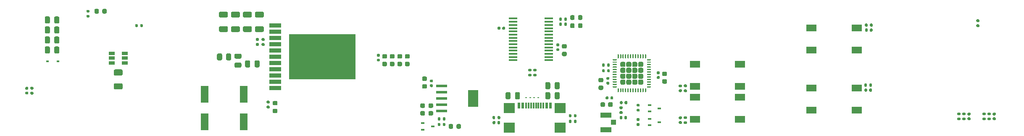
<source format=gtp>
%TF.GenerationSoftware,KiCad,Pcbnew,(5.1.10)-1*%
%TF.CreationDate,2022-01-09T00:26:40-08:00*%
%TF.ProjectId,RaquelSecretProject,52617175-656c-4536-9563-72657450726f,rev?*%
%TF.SameCoordinates,Original*%
%TF.FileFunction,Paste,Top*%
%TF.FilePolarity,Positive*%
%FSLAX46Y46*%
G04 Gerber Fmt 4.6, Leading zero omitted, Abs format (unit mm)*
G04 Created by KiCad (PCBNEW (5.1.10)-1) date 2022-01-09 00:26:40*
%MOMM*%
%LPD*%
G01*
G04 APERTURE LIST*
%ADD10R,2.200000X1.050000*%
%ADD11R,1.050000X1.000000*%
%ADD12R,2.180000X2.000000*%
%ADD13R,0.300000X1.150000*%
%ADD14R,0.600000X1.150000*%
%ADD15R,2.200000X0.600000*%
%ADD16R,2.150000X3.450000*%
%ADD17R,13.370000X9.126000*%
%ADD18R,2.410000X0.860000*%
%ADD19R,1.750000X0.450000*%
%ADD20R,2.100000X1.400000*%
%ADD21R,0.700000X0.450000*%
%ADD22R,1.220000X0.650000*%
%ADD23R,0.600000X0.450000*%
%ADD24R,0.360000X0.250000*%
%ADD25R,1.600000X3.500000*%
G04 APERTURE END LIST*
G36*
G01*
X169576171Y-91042170D02*
X169049829Y-91042170D01*
G75*
G02*
X168799830Y-90792171I0J249999D01*
G01*
X168799830Y-90265829D01*
G75*
G02*
X169049829Y-90015830I249999J0D01*
G01*
X169576171Y-90015830D01*
G75*
G02*
X169826170Y-90265829I0J-249999D01*
G01*
X169826170Y-90792171D01*
G75*
G02*
X169576171Y-91042170I-249999J0D01*
G01*
G37*
G36*
G01*
X168376171Y-91042170D02*
X167849829Y-91042170D01*
G75*
G02*
X167599830Y-90792171I0J249999D01*
G01*
X167599830Y-90265829D01*
G75*
G02*
X167849829Y-90015830I249999J0D01*
G01*
X168376171Y-90015830D01*
G75*
G02*
X168626170Y-90265829I0J-249999D01*
G01*
X168626170Y-90792171D01*
G75*
G02*
X168376171Y-91042170I-249999J0D01*
G01*
G37*
G36*
G01*
X167176171Y-91042170D02*
X166649829Y-91042170D01*
G75*
G02*
X166399830Y-90792171I0J249999D01*
G01*
X166399830Y-90265829D01*
G75*
G02*
X166649829Y-90015830I249999J0D01*
G01*
X167176171Y-90015830D01*
G75*
G02*
X167426170Y-90265829I0J-249999D01*
G01*
X167426170Y-90792171D01*
G75*
G02*
X167176171Y-91042170I-249999J0D01*
G01*
G37*
G36*
G01*
X165976171Y-91042170D02*
X165449829Y-91042170D01*
G75*
G02*
X165199830Y-90792171I0J249999D01*
G01*
X165199830Y-90265829D01*
G75*
G02*
X165449829Y-90015830I249999J0D01*
G01*
X165976171Y-90015830D01*
G75*
G02*
X166226170Y-90265829I0J-249999D01*
G01*
X166226170Y-90792171D01*
G75*
G02*
X165976171Y-91042170I-249999J0D01*
G01*
G37*
G36*
G01*
X169576171Y-92242170D02*
X169049829Y-92242170D01*
G75*
G02*
X168799830Y-91992171I0J249999D01*
G01*
X168799830Y-91465829D01*
G75*
G02*
X169049829Y-91215830I249999J0D01*
G01*
X169576171Y-91215830D01*
G75*
G02*
X169826170Y-91465829I0J-249999D01*
G01*
X169826170Y-91992171D01*
G75*
G02*
X169576171Y-92242170I-249999J0D01*
G01*
G37*
G36*
G01*
X168376171Y-92242170D02*
X167849829Y-92242170D01*
G75*
G02*
X167599830Y-91992171I0J249999D01*
G01*
X167599830Y-91465829D01*
G75*
G02*
X167849829Y-91215830I249999J0D01*
G01*
X168376171Y-91215830D01*
G75*
G02*
X168626170Y-91465829I0J-249999D01*
G01*
X168626170Y-91992171D01*
G75*
G02*
X168376171Y-92242170I-249999J0D01*
G01*
G37*
G36*
G01*
X167176171Y-92242170D02*
X166649829Y-92242170D01*
G75*
G02*
X166399830Y-91992171I0J249999D01*
G01*
X166399830Y-91465829D01*
G75*
G02*
X166649829Y-91215830I249999J0D01*
G01*
X167176171Y-91215830D01*
G75*
G02*
X167426170Y-91465829I0J-249999D01*
G01*
X167426170Y-91992171D01*
G75*
G02*
X167176171Y-92242170I-249999J0D01*
G01*
G37*
G36*
G01*
X165976171Y-92242170D02*
X165449829Y-92242170D01*
G75*
G02*
X165199830Y-91992171I0J249999D01*
G01*
X165199830Y-91465829D01*
G75*
G02*
X165449829Y-91215830I249999J0D01*
G01*
X165976171Y-91215830D01*
G75*
G02*
X166226170Y-91465829I0J-249999D01*
G01*
X166226170Y-91992171D01*
G75*
G02*
X165976171Y-92242170I-249999J0D01*
G01*
G37*
G36*
G01*
X169576171Y-93442170D02*
X169049829Y-93442170D01*
G75*
G02*
X168799830Y-93192171I0J249999D01*
G01*
X168799830Y-92665829D01*
G75*
G02*
X169049829Y-92415830I249999J0D01*
G01*
X169576171Y-92415830D01*
G75*
G02*
X169826170Y-92665829I0J-249999D01*
G01*
X169826170Y-93192171D01*
G75*
G02*
X169576171Y-93442170I-249999J0D01*
G01*
G37*
G36*
G01*
X168376171Y-93442170D02*
X167849829Y-93442170D01*
G75*
G02*
X167599830Y-93192171I0J249999D01*
G01*
X167599830Y-92665829D01*
G75*
G02*
X167849829Y-92415830I249999J0D01*
G01*
X168376171Y-92415830D01*
G75*
G02*
X168626170Y-92665829I0J-249999D01*
G01*
X168626170Y-93192171D01*
G75*
G02*
X168376171Y-93442170I-249999J0D01*
G01*
G37*
G36*
G01*
X167176171Y-93442170D02*
X166649829Y-93442170D01*
G75*
G02*
X166399830Y-93192171I0J249999D01*
G01*
X166399830Y-92665829D01*
G75*
G02*
X166649829Y-92415830I249999J0D01*
G01*
X167176171Y-92415830D01*
G75*
G02*
X167426170Y-92665829I0J-249999D01*
G01*
X167426170Y-93192171D01*
G75*
G02*
X167176171Y-93442170I-249999J0D01*
G01*
G37*
G36*
G01*
X165976171Y-93442170D02*
X165449829Y-93442170D01*
G75*
G02*
X165199830Y-93192171I0J249999D01*
G01*
X165199830Y-92665829D01*
G75*
G02*
X165449829Y-92415830I249999J0D01*
G01*
X165976171Y-92415830D01*
G75*
G02*
X166226170Y-92665829I0J-249999D01*
G01*
X166226170Y-93192171D01*
G75*
G02*
X165976171Y-93442170I-249999J0D01*
G01*
G37*
G36*
G01*
X169576171Y-94642170D02*
X169049829Y-94642170D01*
G75*
G02*
X168799830Y-94392171I0J249999D01*
G01*
X168799830Y-93865829D01*
G75*
G02*
X169049829Y-93615830I249999J0D01*
G01*
X169576171Y-93615830D01*
G75*
G02*
X169826170Y-93865829I0J-249999D01*
G01*
X169826170Y-94392171D01*
G75*
G02*
X169576171Y-94642170I-249999J0D01*
G01*
G37*
G36*
G01*
X168376171Y-94642170D02*
X167849829Y-94642170D01*
G75*
G02*
X167599830Y-94392171I0J249999D01*
G01*
X167599830Y-93865829D01*
G75*
G02*
X167849829Y-93615830I249999J0D01*
G01*
X168376171Y-93615830D01*
G75*
G02*
X168626170Y-93865829I0J-249999D01*
G01*
X168626170Y-94392171D01*
G75*
G02*
X168376171Y-94642170I-249999J0D01*
G01*
G37*
G36*
G01*
X167176171Y-94642170D02*
X166649829Y-94642170D01*
G75*
G02*
X166399830Y-94392171I0J249999D01*
G01*
X166399830Y-93865829D01*
G75*
G02*
X166649829Y-93615830I249999J0D01*
G01*
X167176171Y-93615830D01*
G75*
G02*
X167426170Y-93865829I0J-249999D01*
G01*
X167426170Y-94392171D01*
G75*
G02*
X167176171Y-94642170I-249999J0D01*
G01*
G37*
G36*
G01*
X165976171Y-94642170D02*
X165449829Y-94642170D01*
G75*
G02*
X165199830Y-94392171I0J249999D01*
G01*
X165199830Y-93865829D01*
G75*
G02*
X165449829Y-93615830I249999J0D01*
G01*
X165976171Y-93615830D01*
G75*
G02*
X166226170Y-93865829I0J-249999D01*
G01*
X166226170Y-94392171D01*
G75*
G02*
X165976171Y-94642170I-249999J0D01*
G01*
G37*
G36*
G01*
X164400500Y-95204000D02*
X163725500Y-95204000D01*
G75*
G02*
X163663000Y-95141500I0J62500D01*
G01*
X163663000Y-95016500D01*
G75*
G02*
X163725500Y-94954000I62500J0D01*
G01*
X164400500Y-94954000D01*
G75*
G02*
X164463000Y-95016500I0J-62500D01*
G01*
X164463000Y-95141500D01*
G75*
G02*
X164400500Y-95204000I-62500J0D01*
G01*
G37*
G36*
G01*
X164400500Y-94704000D02*
X163725500Y-94704000D01*
G75*
G02*
X163663000Y-94641500I0J62500D01*
G01*
X163663000Y-94516500D01*
G75*
G02*
X163725500Y-94454000I62500J0D01*
G01*
X164400500Y-94454000D01*
G75*
G02*
X164463000Y-94516500I0J-62500D01*
G01*
X164463000Y-94641500D01*
G75*
G02*
X164400500Y-94704000I-62500J0D01*
G01*
G37*
G36*
G01*
X164400500Y-94204000D02*
X163725500Y-94204000D01*
G75*
G02*
X163663000Y-94141500I0J62500D01*
G01*
X163663000Y-94016500D01*
G75*
G02*
X163725500Y-93954000I62500J0D01*
G01*
X164400500Y-93954000D01*
G75*
G02*
X164463000Y-94016500I0J-62500D01*
G01*
X164463000Y-94141500D01*
G75*
G02*
X164400500Y-94204000I-62500J0D01*
G01*
G37*
G36*
G01*
X164400500Y-93704000D02*
X163725500Y-93704000D01*
G75*
G02*
X163663000Y-93641500I0J62500D01*
G01*
X163663000Y-93516500D01*
G75*
G02*
X163725500Y-93454000I62500J0D01*
G01*
X164400500Y-93454000D01*
G75*
G02*
X164463000Y-93516500I0J-62500D01*
G01*
X164463000Y-93641500D01*
G75*
G02*
X164400500Y-93704000I-62500J0D01*
G01*
G37*
G36*
G01*
X164400500Y-93204000D02*
X163725500Y-93204000D01*
G75*
G02*
X163663000Y-93141500I0J62500D01*
G01*
X163663000Y-93016500D01*
G75*
G02*
X163725500Y-92954000I62500J0D01*
G01*
X164400500Y-92954000D01*
G75*
G02*
X164463000Y-93016500I0J-62500D01*
G01*
X164463000Y-93141500D01*
G75*
G02*
X164400500Y-93204000I-62500J0D01*
G01*
G37*
G36*
G01*
X164400500Y-92704000D02*
X163725500Y-92704000D01*
G75*
G02*
X163663000Y-92641500I0J62500D01*
G01*
X163663000Y-92516500D01*
G75*
G02*
X163725500Y-92454000I62500J0D01*
G01*
X164400500Y-92454000D01*
G75*
G02*
X164463000Y-92516500I0J-62500D01*
G01*
X164463000Y-92641500D01*
G75*
G02*
X164400500Y-92704000I-62500J0D01*
G01*
G37*
G36*
G01*
X164400500Y-92204000D02*
X163725500Y-92204000D01*
G75*
G02*
X163663000Y-92141500I0J62500D01*
G01*
X163663000Y-92016500D01*
G75*
G02*
X163725500Y-91954000I62500J0D01*
G01*
X164400500Y-91954000D01*
G75*
G02*
X164463000Y-92016500I0J-62500D01*
G01*
X164463000Y-92141500D01*
G75*
G02*
X164400500Y-92204000I-62500J0D01*
G01*
G37*
G36*
G01*
X164400500Y-91704000D02*
X163725500Y-91704000D01*
G75*
G02*
X163663000Y-91641500I0J62500D01*
G01*
X163663000Y-91516500D01*
G75*
G02*
X163725500Y-91454000I62500J0D01*
G01*
X164400500Y-91454000D01*
G75*
G02*
X164463000Y-91516500I0J-62500D01*
G01*
X164463000Y-91641500D01*
G75*
G02*
X164400500Y-91704000I-62500J0D01*
G01*
G37*
G36*
G01*
X164400500Y-91204000D02*
X163725500Y-91204000D01*
G75*
G02*
X163663000Y-91141500I0J62500D01*
G01*
X163663000Y-91016500D01*
G75*
G02*
X163725500Y-90954000I62500J0D01*
G01*
X164400500Y-90954000D01*
G75*
G02*
X164463000Y-91016500I0J-62500D01*
G01*
X164463000Y-91141500D01*
G75*
G02*
X164400500Y-91204000I-62500J0D01*
G01*
G37*
G36*
G01*
X164400500Y-90704000D02*
X163725500Y-90704000D01*
G75*
G02*
X163663000Y-90641500I0J62500D01*
G01*
X163663000Y-90516500D01*
G75*
G02*
X163725500Y-90454000I62500J0D01*
G01*
X164400500Y-90454000D01*
G75*
G02*
X164463000Y-90516500I0J-62500D01*
G01*
X164463000Y-90641500D01*
G75*
G02*
X164400500Y-90704000I-62500J0D01*
G01*
G37*
G36*
G01*
X164400500Y-90204000D02*
X163725500Y-90204000D01*
G75*
G02*
X163663000Y-90141500I0J62500D01*
G01*
X163663000Y-90016500D01*
G75*
G02*
X163725500Y-89954000I62500J0D01*
G01*
X164400500Y-89954000D01*
G75*
G02*
X164463000Y-90016500I0J-62500D01*
G01*
X164463000Y-90141500D01*
G75*
G02*
X164400500Y-90204000I-62500J0D01*
G01*
G37*
G36*
G01*
X164400500Y-89704000D02*
X163725500Y-89704000D01*
G75*
G02*
X163663000Y-89641500I0J62500D01*
G01*
X163663000Y-89516500D01*
G75*
G02*
X163725500Y-89454000I62500J0D01*
G01*
X164400500Y-89454000D01*
G75*
G02*
X164463000Y-89516500I0J-62500D01*
G01*
X164463000Y-89641500D01*
G75*
G02*
X164400500Y-89704000I-62500J0D01*
G01*
G37*
G36*
G01*
X164825500Y-89279000D02*
X164700500Y-89279000D01*
G75*
G02*
X164638000Y-89216500I0J62500D01*
G01*
X164638000Y-88541500D01*
G75*
G02*
X164700500Y-88479000I62500J0D01*
G01*
X164825500Y-88479000D01*
G75*
G02*
X164888000Y-88541500I0J-62500D01*
G01*
X164888000Y-89216500D01*
G75*
G02*
X164825500Y-89279000I-62500J0D01*
G01*
G37*
G36*
G01*
X165325500Y-89279000D02*
X165200500Y-89279000D01*
G75*
G02*
X165138000Y-89216500I0J62500D01*
G01*
X165138000Y-88541500D01*
G75*
G02*
X165200500Y-88479000I62500J0D01*
G01*
X165325500Y-88479000D01*
G75*
G02*
X165388000Y-88541500I0J-62500D01*
G01*
X165388000Y-89216500D01*
G75*
G02*
X165325500Y-89279000I-62500J0D01*
G01*
G37*
G36*
G01*
X165825500Y-89279000D02*
X165700500Y-89279000D01*
G75*
G02*
X165638000Y-89216500I0J62500D01*
G01*
X165638000Y-88541500D01*
G75*
G02*
X165700500Y-88479000I62500J0D01*
G01*
X165825500Y-88479000D01*
G75*
G02*
X165888000Y-88541500I0J-62500D01*
G01*
X165888000Y-89216500D01*
G75*
G02*
X165825500Y-89279000I-62500J0D01*
G01*
G37*
G36*
G01*
X166325500Y-89279000D02*
X166200500Y-89279000D01*
G75*
G02*
X166138000Y-89216500I0J62500D01*
G01*
X166138000Y-88541500D01*
G75*
G02*
X166200500Y-88479000I62500J0D01*
G01*
X166325500Y-88479000D01*
G75*
G02*
X166388000Y-88541500I0J-62500D01*
G01*
X166388000Y-89216500D01*
G75*
G02*
X166325500Y-89279000I-62500J0D01*
G01*
G37*
G36*
G01*
X166825500Y-89279000D02*
X166700500Y-89279000D01*
G75*
G02*
X166638000Y-89216500I0J62500D01*
G01*
X166638000Y-88541500D01*
G75*
G02*
X166700500Y-88479000I62500J0D01*
G01*
X166825500Y-88479000D01*
G75*
G02*
X166888000Y-88541500I0J-62500D01*
G01*
X166888000Y-89216500D01*
G75*
G02*
X166825500Y-89279000I-62500J0D01*
G01*
G37*
G36*
G01*
X167325500Y-89279000D02*
X167200500Y-89279000D01*
G75*
G02*
X167138000Y-89216500I0J62500D01*
G01*
X167138000Y-88541500D01*
G75*
G02*
X167200500Y-88479000I62500J0D01*
G01*
X167325500Y-88479000D01*
G75*
G02*
X167388000Y-88541500I0J-62500D01*
G01*
X167388000Y-89216500D01*
G75*
G02*
X167325500Y-89279000I-62500J0D01*
G01*
G37*
G36*
G01*
X167825500Y-89279000D02*
X167700500Y-89279000D01*
G75*
G02*
X167638000Y-89216500I0J62500D01*
G01*
X167638000Y-88541500D01*
G75*
G02*
X167700500Y-88479000I62500J0D01*
G01*
X167825500Y-88479000D01*
G75*
G02*
X167888000Y-88541500I0J-62500D01*
G01*
X167888000Y-89216500D01*
G75*
G02*
X167825500Y-89279000I-62500J0D01*
G01*
G37*
G36*
G01*
X168325500Y-89279000D02*
X168200500Y-89279000D01*
G75*
G02*
X168138000Y-89216500I0J62500D01*
G01*
X168138000Y-88541500D01*
G75*
G02*
X168200500Y-88479000I62500J0D01*
G01*
X168325500Y-88479000D01*
G75*
G02*
X168388000Y-88541500I0J-62500D01*
G01*
X168388000Y-89216500D01*
G75*
G02*
X168325500Y-89279000I-62500J0D01*
G01*
G37*
G36*
G01*
X168825500Y-89279000D02*
X168700500Y-89279000D01*
G75*
G02*
X168638000Y-89216500I0J62500D01*
G01*
X168638000Y-88541500D01*
G75*
G02*
X168700500Y-88479000I62500J0D01*
G01*
X168825500Y-88479000D01*
G75*
G02*
X168888000Y-88541500I0J-62500D01*
G01*
X168888000Y-89216500D01*
G75*
G02*
X168825500Y-89279000I-62500J0D01*
G01*
G37*
G36*
G01*
X169325500Y-89279000D02*
X169200500Y-89279000D01*
G75*
G02*
X169138000Y-89216500I0J62500D01*
G01*
X169138000Y-88541500D01*
G75*
G02*
X169200500Y-88479000I62500J0D01*
G01*
X169325500Y-88479000D01*
G75*
G02*
X169388000Y-88541500I0J-62500D01*
G01*
X169388000Y-89216500D01*
G75*
G02*
X169325500Y-89279000I-62500J0D01*
G01*
G37*
G36*
G01*
X169825500Y-89279000D02*
X169700500Y-89279000D01*
G75*
G02*
X169638000Y-89216500I0J62500D01*
G01*
X169638000Y-88541500D01*
G75*
G02*
X169700500Y-88479000I62500J0D01*
G01*
X169825500Y-88479000D01*
G75*
G02*
X169888000Y-88541500I0J-62500D01*
G01*
X169888000Y-89216500D01*
G75*
G02*
X169825500Y-89279000I-62500J0D01*
G01*
G37*
G36*
G01*
X170325500Y-89279000D02*
X170200500Y-89279000D01*
G75*
G02*
X170138000Y-89216500I0J62500D01*
G01*
X170138000Y-88541500D01*
G75*
G02*
X170200500Y-88479000I62500J0D01*
G01*
X170325500Y-88479000D01*
G75*
G02*
X170388000Y-88541500I0J-62500D01*
G01*
X170388000Y-89216500D01*
G75*
G02*
X170325500Y-89279000I-62500J0D01*
G01*
G37*
G36*
G01*
X171300500Y-89704000D02*
X170625500Y-89704000D01*
G75*
G02*
X170563000Y-89641500I0J62500D01*
G01*
X170563000Y-89516500D01*
G75*
G02*
X170625500Y-89454000I62500J0D01*
G01*
X171300500Y-89454000D01*
G75*
G02*
X171363000Y-89516500I0J-62500D01*
G01*
X171363000Y-89641500D01*
G75*
G02*
X171300500Y-89704000I-62500J0D01*
G01*
G37*
G36*
G01*
X171300500Y-90204000D02*
X170625500Y-90204000D01*
G75*
G02*
X170563000Y-90141500I0J62500D01*
G01*
X170563000Y-90016500D01*
G75*
G02*
X170625500Y-89954000I62500J0D01*
G01*
X171300500Y-89954000D01*
G75*
G02*
X171363000Y-90016500I0J-62500D01*
G01*
X171363000Y-90141500D01*
G75*
G02*
X171300500Y-90204000I-62500J0D01*
G01*
G37*
G36*
G01*
X171300500Y-90704000D02*
X170625500Y-90704000D01*
G75*
G02*
X170563000Y-90641500I0J62500D01*
G01*
X170563000Y-90516500D01*
G75*
G02*
X170625500Y-90454000I62500J0D01*
G01*
X171300500Y-90454000D01*
G75*
G02*
X171363000Y-90516500I0J-62500D01*
G01*
X171363000Y-90641500D01*
G75*
G02*
X171300500Y-90704000I-62500J0D01*
G01*
G37*
G36*
G01*
X171300500Y-91204000D02*
X170625500Y-91204000D01*
G75*
G02*
X170563000Y-91141500I0J62500D01*
G01*
X170563000Y-91016500D01*
G75*
G02*
X170625500Y-90954000I62500J0D01*
G01*
X171300500Y-90954000D01*
G75*
G02*
X171363000Y-91016500I0J-62500D01*
G01*
X171363000Y-91141500D01*
G75*
G02*
X171300500Y-91204000I-62500J0D01*
G01*
G37*
G36*
G01*
X171300500Y-91704000D02*
X170625500Y-91704000D01*
G75*
G02*
X170563000Y-91641500I0J62500D01*
G01*
X170563000Y-91516500D01*
G75*
G02*
X170625500Y-91454000I62500J0D01*
G01*
X171300500Y-91454000D01*
G75*
G02*
X171363000Y-91516500I0J-62500D01*
G01*
X171363000Y-91641500D01*
G75*
G02*
X171300500Y-91704000I-62500J0D01*
G01*
G37*
G36*
G01*
X171300500Y-92204000D02*
X170625500Y-92204000D01*
G75*
G02*
X170563000Y-92141500I0J62500D01*
G01*
X170563000Y-92016500D01*
G75*
G02*
X170625500Y-91954000I62500J0D01*
G01*
X171300500Y-91954000D01*
G75*
G02*
X171363000Y-92016500I0J-62500D01*
G01*
X171363000Y-92141500D01*
G75*
G02*
X171300500Y-92204000I-62500J0D01*
G01*
G37*
G36*
G01*
X171300500Y-92704000D02*
X170625500Y-92704000D01*
G75*
G02*
X170563000Y-92641500I0J62500D01*
G01*
X170563000Y-92516500D01*
G75*
G02*
X170625500Y-92454000I62500J0D01*
G01*
X171300500Y-92454000D01*
G75*
G02*
X171363000Y-92516500I0J-62500D01*
G01*
X171363000Y-92641500D01*
G75*
G02*
X171300500Y-92704000I-62500J0D01*
G01*
G37*
G36*
G01*
X171300500Y-93204000D02*
X170625500Y-93204000D01*
G75*
G02*
X170563000Y-93141500I0J62500D01*
G01*
X170563000Y-93016500D01*
G75*
G02*
X170625500Y-92954000I62500J0D01*
G01*
X171300500Y-92954000D01*
G75*
G02*
X171363000Y-93016500I0J-62500D01*
G01*
X171363000Y-93141500D01*
G75*
G02*
X171300500Y-93204000I-62500J0D01*
G01*
G37*
G36*
G01*
X171300500Y-93704000D02*
X170625500Y-93704000D01*
G75*
G02*
X170563000Y-93641500I0J62500D01*
G01*
X170563000Y-93516500D01*
G75*
G02*
X170625500Y-93454000I62500J0D01*
G01*
X171300500Y-93454000D01*
G75*
G02*
X171363000Y-93516500I0J-62500D01*
G01*
X171363000Y-93641500D01*
G75*
G02*
X171300500Y-93704000I-62500J0D01*
G01*
G37*
G36*
G01*
X171300500Y-94204000D02*
X170625500Y-94204000D01*
G75*
G02*
X170563000Y-94141500I0J62500D01*
G01*
X170563000Y-94016500D01*
G75*
G02*
X170625500Y-93954000I62500J0D01*
G01*
X171300500Y-93954000D01*
G75*
G02*
X171363000Y-94016500I0J-62500D01*
G01*
X171363000Y-94141500D01*
G75*
G02*
X171300500Y-94204000I-62500J0D01*
G01*
G37*
G36*
G01*
X171300500Y-94704000D02*
X170625500Y-94704000D01*
G75*
G02*
X170563000Y-94641500I0J62500D01*
G01*
X170563000Y-94516500D01*
G75*
G02*
X170625500Y-94454000I62500J0D01*
G01*
X171300500Y-94454000D01*
G75*
G02*
X171363000Y-94516500I0J-62500D01*
G01*
X171363000Y-94641500D01*
G75*
G02*
X171300500Y-94704000I-62500J0D01*
G01*
G37*
G36*
G01*
X171300500Y-95204000D02*
X170625500Y-95204000D01*
G75*
G02*
X170563000Y-95141500I0J62500D01*
G01*
X170563000Y-95016500D01*
G75*
G02*
X170625500Y-94954000I62500J0D01*
G01*
X171300500Y-94954000D01*
G75*
G02*
X171363000Y-95016500I0J-62500D01*
G01*
X171363000Y-95141500D01*
G75*
G02*
X171300500Y-95204000I-62500J0D01*
G01*
G37*
G36*
G01*
X170325500Y-96179000D02*
X170200500Y-96179000D01*
G75*
G02*
X170138000Y-96116500I0J62500D01*
G01*
X170138000Y-95441500D01*
G75*
G02*
X170200500Y-95379000I62500J0D01*
G01*
X170325500Y-95379000D01*
G75*
G02*
X170388000Y-95441500I0J-62500D01*
G01*
X170388000Y-96116500D01*
G75*
G02*
X170325500Y-96179000I-62500J0D01*
G01*
G37*
G36*
G01*
X169825500Y-96179000D02*
X169700500Y-96179000D01*
G75*
G02*
X169638000Y-96116500I0J62500D01*
G01*
X169638000Y-95441500D01*
G75*
G02*
X169700500Y-95379000I62500J0D01*
G01*
X169825500Y-95379000D01*
G75*
G02*
X169888000Y-95441500I0J-62500D01*
G01*
X169888000Y-96116500D01*
G75*
G02*
X169825500Y-96179000I-62500J0D01*
G01*
G37*
G36*
G01*
X169325500Y-96179000D02*
X169200500Y-96179000D01*
G75*
G02*
X169138000Y-96116500I0J62500D01*
G01*
X169138000Y-95441500D01*
G75*
G02*
X169200500Y-95379000I62500J0D01*
G01*
X169325500Y-95379000D01*
G75*
G02*
X169388000Y-95441500I0J-62500D01*
G01*
X169388000Y-96116500D01*
G75*
G02*
X169325500Y-96179000I-62500J0D01*
G01*
G37*
G36*
G01*
X168825500Y-96179000D02*
X168700500Y-96179000D01*
G75*
G02*
X168638000Y-96116500I0J62500D01*
G01*
X168638000Y-95441500D01*
G75*
G02*
X168700500Y-95379000I62500J0D01*
G01*
X168825500Y-95379000D01*
G75*
G02*
X168888000Y-95441500I0J-62500D01*
G01*
X168888000Y-96116500D01*
G75*
G02*
X168825500Y-96179000I-62500J0D01*
G01*
G37*
G36*
G01*
X168325500Y-96179000D02*
X168200500Y-96179000D01*
G75*
G02*
X168138000Y-96116500I0J62500D01*
G01*
X168138000Y-95441500D01*
G75*
G02*
X168200500Y-95379000I62500J0D01*
G01*
X168325500Y-95379000D01*
G75*
G02*
X168388000Y-95441500I0J-62500D01*
G01*
X168388000Y-96116500D01*
G75*
G02*
X168325500Y-96179000I-62500J0D01*
G01*
G37*
G36*
G01*
X167825500Y-96179000D02*
X167700500Y-96179000D01*
G75*
G02*
X167638000Y-96116500I0J62500D01*
G01*
X167638000Y-95441500D01*
G75*
G02*
X167700500Y-95379000I62500J0D01*
G01*
X167825500Y-95379000D01*
G75*
G02*
X167888000Y-95441500I0J-62500D01*
G01*
X167888000Y-96116500D01*
G75*
G02*
X167825500Y-96179000I-62500J0D01*
G01*
G37*
G36*
G01*
X167325500Y-96179000D02*
X167200500Y-96179000D01*
G75*
G02*
X167138000Y-96116500I0J62500D01*
G01*
X167138000Y-95441500D01*
G75*
G02*
X167200500Y-95379000I62500J0D01*
G01*
X167325500Y-95379000D01*
G75*
G02*
X167388000Y-95441500I0J-62500D01*
G01*
X167388000Y-96116500D01*
G75*
G02*
X167325500Y-96179000I-62500J0D01*
G01*
G37*
G36*
G01*
X166825500Y-96179000D02*
X166700500Y-96179000D01*
G75*
G02*
X166638000Y-96116500I0J62500D01*
G01*
X166638000Y-95441500D01*
G75*
G02*
X166700500Y-95379000I62500J0D01*
G01*
X166825500Y-95379000D01*
G75*
G02*
X166888000Y-95441500I0J-62500D01*
G01*
X166888000Y-96116500D01*
G75*
G02*
X166825500Y-96179000I-62500J0D01*
G01*
G37*
G36*
G01*
X166325500Y-96179000D02*
X166200500Y-96179000D01*
G75*
G02*
X166138000Y-96116500I0J62500D01*
G01*
X166138000Y-95441500D01*
G75*
G02*
X166200500Y-95379000I62500J0D01*
G01*
X166325500Y-95379000D01*
G75*
G02*
X166388000Y-95441500I0J-62500D01*
G01*
X166388000Y-96116500D01*
G75*
G02*
X166325500Y-96179000I-62500J0D01*
G01*
G37*
G36*
G01*
X165825500Y-96179000D02*
X165700500Y-96179000D01*
G75*
G02*
X165638000Y-96116500I0J62500D01*
G01*
X165638000Y-95441500D01*
G75*
G02*
X165700500Y-95379000I62500J0D01*
G01*
X165825500Y-95379000D01*
G75*
G02*
X165888000Y-95441500I0J-62500D01*
G01*
X165888000Y-96116500D01*
G75*
G02*
X165825500Y-96179000I-62500J0D01*
G01*
G37*
G36*
G01*
X165325500Y-96179000D02*
X165200500Y-96179000D01*
G75*
G02*
X165138000Y-96116500I0J62500D01*
G01*
X165138000Y-95441500D01*
G75*
G02*
X165200500Y-95379000I62500J0D01*
G01*
X165325500Y-95379000D01*
G75*
G02*
X165388000Y-95441500I0J-62500D01*
G01*
X165388000Y-96116500D01*
G75*
G02*
X165325500Y-96179000I-62500J0D01*
G01*
G37*
G36*
G01*
X164825500Y-96179000D02*
X164700500Y-96179000D01*
G75*
G02*
X164638000Y-96116500I0J62500D01*
G01*
X164638000Y-95441500D01*
G75*
G02*
X164700500Y-95379000I62500J0D01*
G01*
X164825500Y-95379000D01*
G75*
G02*
X164888000Y-95441500I0J-62500D01*
G01*
X164888000Y-96116500D01*
G75*
G02*
X164825500Y-96179000I-62500J0D01*
G01*
G37*
G36*
G01*
X165181500Y-100012000D02*
X165526500Y-100012000D01*
G75*
G02*
X165674000Y-100159500I0J-147500D01*
G01*
X165674000Y-100454500D01*
G75*
G02*
X165526500Y-100602000I-147500J0D01*
G01*
X165181500Y-100602000D01*
G75*
G02*
X165034000Y-100454500I0J147500D01*
G01*
X165034000Y-100159500D01*
G75*
G02*
X165181500Y-100012000I147500J0D01*
G01*
G37*
G36*
G01*
X165181500Y-99042000D02*
X165526500Y-99042000D01*
G75*
G02*
X165674000Y-99189500I0J-147500D01*
G01*
X165674000Y-99484500D01*
G75*
G02*
X165526500Y-99632000I-147500J0D01*
G01*
X165181500Y-99632000D01*
G75*
G02*
X165034000Y-99484500I0J147500D01*
G01*
X165034000Y-99189500D01*
G75*
G02*
X165181500Y-99042000I147500J0D01*
G01*
G37*
D10*
X162306000Y-103759000D03*
X162306000Y-100809000D03*
D11*
X163831000Y-102284000D03*
G36*
G01*
X166011000Y-101516000D02*
X166011000Y-101176000D01*
G75*
G02*
X166151000Y-101036000I140000J0D01*
G01*
X166431000Y-101036000D01*
G75*
G02*
X166571000Y-101176000I0J-140000D01*
G01*
X166571000Y-101516000D01*
G75*
G02*
X166431000Y-101656000I-140000J0D01*
G01*
X166151000Y-101656000D01*
G75*
G02*
X166011000Y-101516000I0J140000D01*
G01*
G37*
G36*
G01*
X165051000Y-101516000D02*
X165051000Y-101176000D01*
G75*
G02*
X165191000Y-101036000I140000J0D01*
G01*
X165471000Y-101036000D01*
G75*
G02*
X165611000Y-101176000I0J-140000D01*
G01*
X165611000Y-101516000D01*
G75*
G02*
X165471000Y-101656000I-140000J0D01*
G01*
X165191000Y-101656000D01*
G75*
G02*
X165051000Y-101516000I0J140000D01*
G01*
G37*
G36*
G01*
X166062000Y-98468000D02*
X166062000Y-98128000D01*
G75*
G02*
X166202000Y-97988000I140000J0D01*
G01*
X166482000Y-97988000D01*
G75*
G02*
X166622000Y-98128000I0J-140000D01*
G01*
X166622000Y-98468000D01*
G75*
G02*
X166482000Y-98608000I-140000J0D01*
G01*
X166202000Y-98608000D01*
G75*
G02*
X166062000Y-98468000I0J140000D01*
G01*
G37*
G36*
G01*
X165102000Y-98468000D02*
X165102000Y-98128000D01*
G75*
G02*
X165242000Y-97988000I140000J0D01*
G01*
X165522000Y-97988000D01*
G75*
G02*
X165662000Y-98128000I0J-140000D01*
G01*
X165662000Y-98468000D01*
G75*
G02*
X165522000Y-98608000I-140000J0D01*
G01*
X165242000Y-98608000D01*
G75*
G02*
X165102000Y-98468000I0J140000D01*
G01*
G37*
D12*
X153065000Y-103363000D03*
X142845000Y-103363000D03*
X153065000Y-99433000D03*
X142845000Y-99433000D03*
D13*
X148205000Y-98858000D03*
X147705000Y-98858000D03*
X148705000Y-98858000D03*
X147205000Y-98858000D03*
X149205000Y-98858000D03*
X146705000Y-98858000D03*
X149705000Y-98858000D03*
X146205000Y-98858000D03*
D14*
X151155000Y-98858000D03*
X150355000Y-98858000D03*
X145555000Y-98858000D03*
X144755000Y-98858000D03*
G36*
G01*
X155833428Y-101134000D02*
X155833428Y-100764000D01*
G75*
G02*
X155968428Y-100629000I135000J0D01*
G01*
X156238428Y-100629000D01*
G75*
G02*
X156373428Y-100764000I0J-135000D01*
G01*
X156373428Y-101134000D01*
G75*
G02*
X156238428Y-101269000I-135000J0D01*
G01*
X155968428Y-101269000D01*
G75*
G02*
X155833428Y-101134000I0J135000D01*
G01*
G37*
G36*
G01*
X154813428Y-101134000D02*
X154813428Y-100764000D01*
G75*
G02*
X154948428Y-100629000I135000J0D01*
G01*
X155218428Y-100629000D01*
G75*
G02*
X155353428Y-100764000I0J-135000D01*
G01*
X155353428Y-101134000D01*
G75*
G02*
X155218428Y-101269000I-135000J0D01*
G01*
X154948428Y-101269000D01*
G75*
G02*
X154813428Y-101134000I0J135000D01*
G01*
G37*
D15*
X129214928Y-94878400D03*
X129214928Y-99958400D03*
X129214928Y-97418400D03*
D16*
X135514928Y-97418400D03*
D15*
X129214928Y-96148400D03*
X129214928Y-98688400D03*
D17*
X105152428Y-89011000D03*
D18*
X95652428Y-89011000D03*
X95652428Y-90281000D03*
X95652428Y-91551000D03*
X95652428Y-92821000D03*
X95652428Y-94091000D03*
X95652428Y-95361000D03*
X95652428Y-87741000D03*
X95652428Y-86471000D03*
X95652428Y-83931000D03*
X95652428Y-85201000D03*
X95652428Y-82661000D03*
D19*
X150811428Y-81230000D03*
X150811428Y-81880000D03*
X150811428Y-82530000D03*
X150811428Y-83180000D03*
X150811428Y-83830000D03*
X150811428Y-84480000D03*
X150811428Y-85130000D03*
X150811428Y-85780000D03*
X150811428Y-86430000D03*
X150811428Y-87080000D03*
X150811428Y-87730000D03*
X150811428Y-88380000D03*
X150811428Y-89030000D03*
X150811428Y-89680000D03*
X143611428Y-89680000D03*
X143611428Y-89030000D03*
X143611428Y-88380000D03*
X143611428Y-87730000D03*
X143611428Y-87080000D03*
X143611428Y-86430000D03*
X143611428Y-85780000D03*
X143611428Y-85130000D03*
X143611428Y-84480000D03*
X143611428Y-83830000D03*
X143611428Y-83180000D03*
X143611428Y-82530000D03*
X143611428Y-81880000D03*
X143611428Y-81230000D03*
D20*
X189335000Y-94960000D03*
X180235000Y-94960000D03*
X180235000Y-90460000D03*
X189335000Y-90460000D03*
X189335000Y-101691000D03*
X180235000Y-101691000D03*
X180235000Y-97191000D03*
X189335000Y-97191000D03*
X212830000Y-87594000D03*
X203730000Y-87594000D03*
X203730000Y-83094000D03*
X212830000Y-83094000D03*
X212830000Y-99786000D03*
X203730000Y-99786000D03*
X203730000Y-95286000D03*
X212830000Y-95286000D03*
G36*
G01*
X129417428Y-102912000D02*
X129417428Y-102542000D01*
G75*
G02*
X129552428Y-102407000I135000J0D01*
G01*
X129822428Y-102407000D01*
G75*
G02*
X129957428Y-102542000I0J-135000D01*
G01*
X129957428Y-102912000D01*
G75*
G02*
X129822428Y-103047000I-135000J0D01*
G01*
X129552428Y-103047000D01*
G75*
G02*
X129417428Y-102912000I0J135000D01*
G01*
G37*
G36*
G01*
X128397428Y-102912000D02*
X128397428Y-102542000D01*
G75*
G02*
X128532428Y-102407000I135000J0D01*
G01*
X128802428Y-102407000D01*
G75*
G02*
X128937428Y-102542000I0J-135000D01*
G01*
X128937428Y-102912000D01*
G75*
G02*
X128802428Y-103047000I-135000J0D01*
G01*
X128532428Y-103047000D01*
G75*
G02*
X128397428Y-102912000I0J135000D01*
G01*
G37*
G36*
G01*
X129417428Y-101769000D02*
X129417428Y-101399000D01*
G75*
G02*
X129552428Y-101264000I135000J0D01*
G01*
X129822428Y-101264000D01*
G75*
G02*
X129957428Y-101399000I0J-135000D01*
G01*
X129957428Y-101769000D01*
G75*
G02*
X129822428Y-101904000I-135000J0D01*
G01*
X129552428Y-101904000D01*
G75*
G02*
X129417428Y-101769000I0J135000D01*
G01*
G37*
G36*
G01*
X128397428Y-101769000D02*
X128397428Y-101399000D01*
G75*
G02*
X128532428Y-101264000I135000J0D01*
G01*
X128802428Y-101264000D01*
G75*
G02*
X128937428Y-101399000I0J-135000D01*
G01*
X128937428Y-101769000D01*
G75*
G02*
X128802428Y-101904000I-135000J0D01*
G01*
X128532428Y-101904000D01*
G75*
G02*
X128397428Y-101769000I0J135000D01*
G01*
G37*
G36*
G01*
X46442428Y-96109000D02*
X46812428Y-96109000D01*
G75*
G02*
X46947428Y-96244000I0J-135000D01*
G01*
X46947428Y-96514000D01*
G75*
G02*
X46812428Y-96649000I-135000J0D01*
G01*
X46442428Y-96649000D01*
G75*
G02*
X46307428Y-96514000I0J135000D01*
G01*
X46307428Y-96244000D01*
G75*
G02*
X46442428Y-96109000I135000J0D01*
G01*
G37*
G36*
G01*
X46442428Y-95089000D02*
X46812428Y-95089000D01*
G75*
G02*
X46947428Y-95224000I0J-135000D01*
G01*
X46947428Y-95494000D01*
G75*
G02*
X46812428Y-95629000I-135000J0D01*
G01*
X46442428Y-95629000D01*
G75*
G02*
X46307428Y-95494000I0J135000D01*
G01*
X46307428Y-95224000D01*
G75*
G02*
X46442428Y-95089000I135000J0D01*
G01*
G37*
G36*
G01*
X68457428Y-82846000D02*
X68457428Y-82476000D01*
G75*
G02*
X68592428Y-82341000I135000J0D01*
G01*
X68862428Y-82341000D01*
G75*
G02*
X68997428Y-82476000I0J-135000D01*
G01*
X68997428Y-82846000D01*
G75*
G02*
X68862428Y-82981000I-135000J0D01*
G01*
X68592428Y-82981000D01*
G75*
G02*
X68457428Y-82846000I0J135000D01*
G01*
G37*
G36*
G01*
X67437428Y-82846000D02*
X67437428Y-82476000D01*
G75*
G02*
X67572428Y-82341000I135000J0D01*
G01*
X67842428Y-82341000D01*
G75*
G02*
X67977428Y-82476000I0J-135000D01*
G01*
X67977428Y-82846000D01*
G75*
G02*
X67842428Y-82981000I-135000J0D01*
G01*
X67572428Y-82981000D01*
G75*
G02*
X67437428Y-82846000I0J135000D01*
G01*
G37*
G36*
G01*
X58115428Y-80008000D02*
X57745428Y-80008000D01*
G75*
G02*
X57610428Y-79873000I0J135000D01*
G01*
X57610428Y-79603000D01*
G75*
G02*
X57745428Y-79468000I135000J0D01*
G01*
X58115428Y-79468000D01*
G75*
G02*
X58250428Y-79603000I0J-135000D01*
G01*
X58250428Y-79873000D01*
G75*
G02*
X58115428Y-80008000I-135000J0D01*
G01*
G37*
G36*
G01*
X58115428Y-81028000D02*
X57745428Y-81028000D01*
G75*
G02*
X57610428Y-80893000I0J135000D01*
G01*
X57610428Y-80623000D01*
G75*
G02*
X57745428Y-80488000I135000J0D01*
G01*
X58115428Y-80488000D01*
G75*
G02*
X58250428Y-80623000I0J-135000D01*
G01*
X58250428Y-80893000D01*
G75*
G02*
X58115428Y-81028000I-135000J0D01*
G01*
G37*
G36*
G01*
X84962428Y-88560998D02*
X84962428Y-89461002D01*
G75*
G02*
X84712430Y-89711000I-249998J0D01*
G01*
X84187426Y-89711000D01*
G75*
G02*
X83937428Y-89461002I0J249998D01*
G01*
X83937428Y-88560998D01*
G75*
G02*
X84187426Y-88311000I249998J0D01*
G01*
X84712430Y-88311000D01*
G75*
G02*
X84962428Y-88560998I0J-249998D01*
G01*
G37*
G36*
G01*
X86787428Y-88560998D02*
X86787428Y-89461002D01*
G75*
G02*
X86537430Y-89711000I-249998J0D01*
G01*
X86012426Y-89711000D01*
G75*
G02*
X85762428Y-89461002I0J249998D01*
G01*
X85762428Y-88560998D01*
G75*
G02*
X86012426Y-88311000I249998J0D01*
G01*
X86537430Y-88311000D01*
G75*
G02*
X86787428Y-88560998I0J-249998D01*
G01*
G37*
G36*
G01*
X93403000Y-85739000D02*
X93033000Y-85739000D01*
G75*
G02*
X92898000Y-85604000I0J135000D01*
G01*
X92898000Y-85334000D01*
G75*
G02*
X93033000Y-85199000I135000J0D01*
G01*
X93403000Y-85199000D01*
G75*
G02*
X93538000Y-85334000I0J-135000D01*
G01*
X93538000Y-85604000D01*
G75*
G02*
X93403000Y-85739000I-135000J0D01*
G01*
G37*
G36*
G01*
X93403000Y-86759000D02*
X93033000Y-86759000D01*
G75*
G02*
X92898000Y-86624000I0J135000D01*
G01*
X92898000Y-86354000D01*
G75*
G02*
X93033000Y-86219000I135000J0D01*
G01*
X93403000Y-86219000D01*
G75*
G02*
X93538000Y-86354000I0J-135000D01*
G01*
X93538000Y-86624000D01*
G75*
G02*
X93403000Y-86759000I-135000J0D01*
G01*
G37*
G36*
G01*
X88606430Y-89373000D02*
X87706426Y-89373000D01*
G75*
G02*
X87456428Y-89123002I0J249998D01*
G01*
X87456428Y-88597998D01*
G75*
G02*
X87706426Y-88348000I249998J0D01*
G01*
X88606430Y-88348000D01*
G75*
G02*
X88856428Y-88597998I0J-249998D01*
G01*
X88856428Y-89123002D01*
G75*
G02*
X88606430Y-89373000I-249998J0D01*
G01*
G37*
G36*
G01*
X88606430Y-91198000D02*
X87706426Y-91198000D01*
G75*
G02*
X87456428Y-90948002I0J249998D01*
G01*
X87456428Y-90422998D01*
G75*
G02*
X87706426Y-90173000I249998J0D01*
G01*
X88606430Y-90173000D01*
G75*
G02*
X88856428Y-90422998I0J-249998D01*
G01*
X88856428Y-90948002D01*
G75*
G02*
X88606430Y-91198000I-249998J0D01*
G01*
G37*
G36*
G01*
X92260000Y-85739000D02*
X91890000Y-85739000D01*
G75*
G02*
X91755000Y-85604000I0J135000D01*
G01*
X91755000Y-85334000D01*
G75*
G02*
X91890000Y-85199000I135000J0D01*
G01*
X92260000Y-85199000D01*
G75*
G02*
X92395000Y-85334000I0J-135000D01*
G01*
X92395000Y-85604000D01*
G75*
G02*
X92260000Y-85739000I-135000J0D01*
G01*
G37*
G36*
G01*
X92260000Y-86759000D02*
X91890000Y-86759000D01*
G75*
G02*
X91755000Y-86624000I0J135000D01*
G01*
X91755000Y-86354000D01*
G75*
G02*
X91890000Y-86219000I135000J0D01*
G01*
X92260000Y-86219000D01*
G75*
G02*
X92395000Y-86354000I0J-135000D01*
G01*
X92395000Y-86624000D01*
G75*
G02*
X92260000Y-86759000I-135000J0D01*
G01*
G37*
G36*
G01*
X94049000Y-98919000D02*
X94419000Y-98919000D01*
G75*
G02*
X94554000Y-99054000I0J-135000D01*
G01*
X94554000Y-99324000D01*
G75*
G02*
X94419000Y-99459000I-135000J0D01*
G01*
X94049000Y-99459000D01*
G75*
G02*
X93914000Y-99324000I0J135000D01*
G01*
X93914000Y-99054000D01*
G75*
G02*
X94049000Y-98919000I135000J0D01*
G01*
G37*
G36*
G01*
X94049000Y-97899000D02*
X94419000Y-97899000D01*
G75*
G02*
X94554000Y-98034000I0J-135000D01*
G01*
X94554000Y-98304000D01*
G75*
G02*
X94419000Y-98439000I-135000J0D01*
G01*
X94049000Y-98439000D01*
G75*
G02*
X93914000Y-98304000I0J135000D01*
G01*
X93914000Y-98034000D01*
G75*
G02*
X94049000Y-97899000I135000J0D01*
G01*
G37*
G36*
G01*
X139986428Y-101145000D02*
X139986428Y-101515000D01*
G75*
G02*
X139851428Y-101650000I-135000J0D01*
G01*
X139581428Y-101650000D01*
G75*
G02*
X139446428Y-101515000I0J135000D01*
G01*
X139446428Y-101145000D01*
G75*
G02*
X139581428Y-101010000I135000J0D01*
G01*
X139851428Y-101010000D01*
G75*
G02*
X139986428Y-101145000I0J-135000D01*
G01*
G37*
G36*
G01*
X141006428Y-101145000D02*
X141006428Y-101515000D01*
G75*
G02*
X140871428Y-101650000I-135000J0D01*
G01*
X140601428Y-101650000D01*
G75*
G02*
X140466428Y-101515000I0J135000D01*
G01*
X140466428Y-101145000D01*
G75*
G02*
X140601428Y-101010000I135000J0D01*
G01*
X140871428Y-101010000D01*
G75*
G02*
X141006428Y-101145000I0J-135000D01*
G01*
G37*
G36*
G01*
X153430000Y-82174500D02*
X153430000Y-82544500D01*
G75*
G02*
X153295000Y-82679500I-135000J0D01*
G01*
X153025000Y-82679500D01*
G75*
G02*
X152890000Y-82544500I0J135000D01*
G01*
X152890000Y-82174500D01*
G75*
G02*
X153025000Y-82039500I135000J0D01*
G01*
X153295000Y-82039500D01*
G75*
G02*
X153430000Y-82174500I0J-135000D01*
G01*
G37*
G36*
G01*
X154450000Y-82174500D02*
X154450000Y-82544500D01*
G75*
G02*
X154315000Y-82679500I-135000J0D01*
G01*
X154045000Y-82679500D01*
G75*
G02*
X153910000Y-82544500I0J135000D01*
G01*
X153910000Y-82174500D01*
G75*
G02*
X154045000Y-82039500I135000J0D01*
G01*
X154315000Y-82039500D01*
G75*
G02*
X154450000Y-82174500I0J-135000D01*
G01*
G37*
G36*
G01*
X153430000Y-81158500D02*
X153430000Y-81528500D01*
G75*
G02*
X153295000Y-81663500I-135000J0D01*
G01*
X153025000Y-81663500D01*
G75*
G02*
X152890000Y-81528500I0J135000D01*
G01*
X152890000Y-81158500D01*
G75*
G02*
X153025000Y-81023500I135000J0D01*
G01*
X153295000Y-81023500D01*
G75*
G02*
X153430000Y-81158500I0J-135000D01*
G01*
G37*
G36*
G01*
X154450000Y-81158500D02*
X154450000Y-81528500D01*
G75*
G02*
X154315000Y-81663500I-135000J0D01*
G01*
X154045000Y-81663500D01*
G75*
G02*
X153910000Y-81528500I0J135000D01*
G01*
X153910000Y-81158500D01*
G75*
G02*
X154045000Y-81023500I135000J0D01*
G01*
X154315000Y-81023500D01*
G75*
G02*
X154450000Y-81158500I0J-135000D01*
G01*
G37*
G36*
G01*
X146772428Y-92426000D02*
X147142428Y-92426000D01*
G75*
G02*
X147277428Y-92561000I0J-135000D01*
G01*
X147277428Y-92831000D01*
G75*
G02*
X147142428Y-92966000I-135000J0D01*
G01*
X146772428Y-92966000D01*
G75*
G02*
X146637428Y-92831000I0J135000D01*
G01*
X146637428Y-92561000D01*
G75*
G02*
X146772428Y-92426000I135000J0D01*
G01*
G37*
G36*
G01*
X146772428Y-91406000D02*
X147142428Y-91406000D01*
G75*
G02*
X147277428Y-91541000I0J-135000D01*
G01*
X147277428Y-91811000D01*
G75*
G02*
X147142428Y-91946000I-135000J0D01*
G01*
X146772428Y-91946000D01*
G75*
G02*
X146637428Y-91811000I0J135000D01*
G01*
X146637428Y-91541000D01*
G75*
G02*
X146772428Y-91406000I135000J0D01*
G01*
G37*
G36*
G01*
X147788428Y-92426000D02*
X148158428Y-92426000D01*
G75*
G02*
X148293428Y-92561000I0J-135000D01*
G01*
X148293428Y-92831000D01*
G75*
G02*
X148158428Y-92966000I-135000J0D01*
G01*
X147788428Y-92966000D01*
G75*
G02*
X147653428Y-92831000I0J135000D01*
G01*
X147653428Y-92561000D01*
G75*
G02*
X147788428Y-92426000I135000J0D01*
G01*
G37*
G36*
G01*
X147788428Y-91406000D02*
X148158428Y-91406000D01*
G75*
G02*
X148293428Y-91541000I0J-135000D01*
G01*
X148293428Y-91811000D01*
G75*
G02*
X148158428Y-91946000I-135000J0D01*
G01*
X147788428Y-91946000D01*
G75*
G02*
X147653428Y-91811000I0J135000D01*
G01*
X147653428Y-91541000D01*
G75*
G02*
X147788428Y-91406000I135000J0D01*
G01*
G37*
G36*
G01*
X155833428Y-102277000D02*
X155833428Y-101907000D01*
G75*
G02*
X155968428Y-101772000I135000J0D01*
G01*
X156238428Y-101772000D01*
G75*
G02*
X156373428Y-101907000I0J-135000D01*
G01*
X156373428Y-102277000D01*
G75*
G02*
X156238428Y-102412000I-135000J0D01*
G01*
X155968428Y-102412000D01*
G75*
G02*
X155833428Y-102277000I0J135000D01*
G01*
G37*
G36*
G01*
X154813428Y-102277000D02*
X154813428Y-101907000D01*
G75*
G02*
X154948428Y-101772000I135000J0D01*
G01*
X155218428Y-101772000D01*
G75*
G02*
X155353428Y-101907000I0J-135000D01*
G01*
X155353428Y-102277000D01*
G75*
G02*
X155218428Y-102412000I-135000J0D01*
G01*
X154948428Y-102412000D01*
G75*
G02*
X154813428Y-102277000I0J135000D01*
G01*
G37*
G36*
G01*
X238321000Y-101332000D02*
X238691000Y-101332000D01*
G75*
G02*
X238826000Y-101467000I0J-135000D01*
G01*
X238826000Y-101737000D01*
G75*
G02*
X238691000Y-101872000I-135000J0D01*
G01*
X238321000Y-101872000D01*
G75*
G02*
X238186000Y-101737000I0J135000D01*
G01*
X238186000Y-101467000D01*
G75*
G02*
X238321000Y-101332000I135000J0D01*
G01*
G37*
G36*
G01*
X238321000Y-100312000D02*
X238691000Y-100312000D01*
G75*
G02*
X238826000Y-100447000I0J-135000D01*
G01*
X238826000Y-100717000D01*
G75*
G02*
X238691000Y-100852000I-135000J0D01*
G01*
X238321000Y-100852000D01*
G75*
G02*
X238186000Y-100717000I0J135000D01*
G01*
X238186000Y-100447000D01*
G75*
G02*
X238321000Y-100312000I135000J0D01*
G01*
G37*
G36*
G01*
X239707000Y-100852000D02*
X239337000Y-100852000D01*
G75*
G02*
X239202000Y-100717000I0J135000D01*
G01*
X239202000Y-100447000D01*
G75*
G02*
X239337000Y-100312000I135000J0D01*
G01*
X239707000Y-100312000D01*
G75*
G02*
X239842000Y-100447000I0J-135000D01*
G01*
X239842000Y-100717000D01*
G75*
G02*
X239707000Y-100852000I-135000J0D01*
G01*
G37*
G36*
G01*
X239707000Y-101872000D02*
X239337000Y-101872000D01*
G75*
G02*
X239202000Y-101737000I0J135000D01*
G01*
X239202000Y-101467000D01*
G75*
G02*
X239337000Y-101332000I135000J0D01*
G01*
X239707000Y-101332000D01*
G75*
G02*
X239842000Y-101467000I0J-135000D01*
G01*
X239842000Y-101737000D01*
G75*
G02*
X239707000Y-101872000I-135000J0D01*
G01*
G37*
G36*
G01*
X237421000Y-81929000D02*
X237051000Y-81929000D01*
G75*
G02*
X236916000Y-81794000I0J135000D01*
G01*
X236916000Y-81524000D01*
G75*
G02*
X237051000Y-81389000I135000J0D01*
G01*
X237421000Y-81389000D01*
G75*
G02*
X237556000Y-81524000I0J-135000D01*
G01*
X237556000Y-81794000D01*
G75*
G02*
X237421000Y-81929000I-135000J0D01*
G01*
G37*
G36*
G01*
X237421000Y-82949000D02*
X237051000Y-82949000D01*
G75*
G02*
X236916000Y-82814000I0J135000D01*
G01*
X236916000Y-82544000D01*
G75*
G02*
X237051000Y-82409000I135000J0D01*
G01*
X237421000Y-82409000D01*
G75*
G02*
X237556000Y-82544000I0J-135000D01*
G01*
X237556000Y-82814000D01*
G75*
G02*
X237421000Y-82949000I-135000J0D01*
G01*
G37*
G36*
G01*
X233241000Y-101332000D02*
X233611000Y-101332000D01*
G75*
G02*
X233746000Y-101467000I0J-135000D01*
G01*
X233746000Y-101737000D01*
G75*
G02*
X233611000Y-101872000I-135000J0D01*
G01*
X233241000Y-101872000D01*
G75*
G02*
X233106000Y-101737000I0J135000D01*
G01*
X233106000Y-101467000D01*
G75*
G02*
X233241000Y-101332000I135000J0D01*
G01*
G37*
G36*
G01*
X233241000Y-100312000D02*
X233611000Y-100312000D01*
G75*
G02*
X233746000Y-100447000I0J-135000D01*
G01*
X233746000Y-100717000D01*
G75*
G02*
X233611000Y-100852000I-135000J0D01*
G01*
X233241000Y-100852000D01*
G75*
G02*
X233106000Y-100717000I0J135000D01*
G01*
X233106000Y-100447000D01*
G75*
G02*
X233241000Y-100312000I135000J0D01*
G01*
G37*
G36*
G01*
X234627000Y-100852000D02*
X234257000Y-100852000D01*
G75*
G02*
X234122000Y-100717000I0J135000D01*
G01*
X234122000Y-100447000D01*
G75*
G02*
X234257000Y-100312000I135000J0D01*
G01*
X234627000Y-100312000D01*
G75*
G02*
X234762000Y-100447000I0J-135000D01*
G01*
X234762000Y-100717000D01*
G75*
G02*
X234627000Y-100852000I-135000J0D01*
G01*
G37*
G36*
G01*
X234627000Y-101872000D02*
X234257000Y-101872000D01*
G75*
G02*
X234122000Y-101737000I0J135000D01*
G01*
X234122000Y-101467000D01*
G75*
G02*
X234257000Y-101332000I135000J0D01*
G01*
X234627000Y-101332000D01*
G75*
G02*
X234762000Y-101467000I0J-135000D01*
G01*
X234762000Y-101737000D01*
G75*
G02*
X234627000Y-101872000I-135000J0D01*
G01*
G37*
G36*
G01*
X168598000Y-99554000D02*
X168968000Y-99554000D01*
G75*
G02*
X169103000Y-99689000I0J-135000D01*
G01*
X169103000Y-99959000D01*
G75*
G02*
X168968000Y-100094000I-135000J0D01*
G01*
X168598000Y-100094000D01*
G75*
G02*
X168463000Y-99959000I0J135000D01*
G01*
X168463000Y-99689000D01*
G75*
G02*
X168598000Y-99554000I135000J0D01*
G01*
G37*
G36*
G01*
X168598000Y-98534000D02*
X168968000Y-98534000D01*
G75*
G02*
X169103000Y-98669000I0J-135000D01*
G01*
X169103000Y-98939000D01*
G75*
G02*
X168968000Y-99074000I-135000J0D01*
G01*
X168598000Y-99074000D01*
G75*
G02*
X168463000Y-98939000I0J135000D01*
G01*
X168463000Y-98669000D01*
G75*
G02*
X168598000Y-98534000I135000J0D01*
G01*
G37*
G36*
G01*
X215505000Y-82735000D02*
X215505000Y-82365000D01*
G75*
G02*
X215640000Y-82230000I135000J0D01*
G01*
X215910000Y-82230000D01*
G75*
G02*
X216045000Y-82365000I0J-135000D01*
G01*
X216045000Y-82735000D01*
G75*
G02*
X215910000Y-82870000I-135000J0D01*
G01*
X215640000Y-82870000D01*
G75*
G02*
X215505000Y-82735000I0J135000D01*
G01*
G37*
G36*
G01*
X214485000Y-82735000D02*
X214485000Y-82365000D01*
G75*
G02*
X214620000Y-82230000I135000J0D01*
G01*
X214890000Y-82230000D01*
G75*
G02*
X215025000Y-82365000I0J-135000D01*
G01*
X215025000Y-82735000D01*
G75*
G02*
X214890000Y-82870000I-135000J0D01*
G01*
X214620000Y-82870000D01*
G75*
G02*
X214485000Y-82735000I0J135000D01*
G01*
G37*
G36*
G01*
X215378000Y-94927000D02*
X215378000Y-94557000D01*
G75*
G02*
X215513000Y-94422000I135000J0D01*
G01*
X215783000Y-94422000D01*
G75*
G02*
X215918000Y-94557000I0J-135000D01*
G01*
X215918000Y-94927000D01*
G75*
G02*
X215783000Y-95062000I-135000J0D01*
G01*
X215513000Y-95062000D01*
G75*
G02*
X215378000Y-94927000I0J135000D01*
G01*
G37*
G36*
G01*
X214358000Y-94927000D02*
X214358000Y-94557000D01*
G75*
G02*
X214493000Y-94422000I135000J0D01*
G01*
X214763000Y-94422000D01*
G75*
G02*
X214898000Y-94557000I0J-135000D01*
G01*
X214898000Y-94927000D01*
G75*
G02*
X214763000Y-95062000I-135000J0D01*
G01*
X214493000Y-95062000D01*
G75*
G02*
X214358000Y-94927000I0J135000D01*
G01*
G37*
G36*
G01*
X178493000Y-95137000D02*
X178123000Y-95137000D01*
G75*
G02*
X177988000Y-95002000I0J135000D01*
G01*
X177988000Y-94732000D01*
G75*
G02*
X178123000Y-94597000I135000J0D01*
G01*
X178493000Y-94597000D01*
G75*
G02*
X178628000Y-94732000I0J-135000D01*
G01*
X178628000Y-95002000D01*
G75*
G02*
X178493000Y-95137000I-135000J0D01*
G01*
G37*
G36*
G01*
X178493000Y-96157000D02*
X178123000Y-96157000D01*
G75*
G02*
X177988000Y-96022000I0J135000D01*
G01*
X177988000Y-95752000D01*
G75*
G02*
X178123000Y-95617000I135000J0D01*
G01*
X178493000Y-95617000D01*
G75*
G02*
X178628000Y-95752000I0J-135000D01*
G01*
X178628000Y-96022000D01*
G75*
G02*
X178493000Y-96157000I-135000J0D01*
G01*
G37*
G36*
G01*
X178493000Y-101614000D02*
X178123000Y-101614000D01*
G75*
G02*
X177988000Y-101479000I0J135000D01*
G01*
X177988000Y-101209000D01*
G75*
G02*
X178123000Y-101074000I135000J0D01*
G01*
X178493000Y-101074000D01*
G75*
G02*
X178628000Y-101209000I0J-135000D01*
G01*
X178628000Y-101479000D01*
G75*
G02*
X178493000Y-101614000I-135000J0D01*
G01*
G37*
G36*
G01*
X178493000Y-102634000D02*
X178123000Y-102634000D01*
G75*
G02*
X177988000Y-102499000I0J135000D01*
G01*
X177988000Y-102229000D01*
G75*
G02*
X178123000Y-102094000I135000J0D01*
G01*
X178493000Y-102094000D01*
G75*
G02*
X178628000Y-102229000I0J-135000D01*
G01*
X178628000Y-102499000D01*
G75*
G02*
X178493000Y-102634000I-135000J0D01*
G01*
G37*
G36*
G01*
X168598000Y-102475000D02*
X168968000Y-102475000D01*
G75*
G02*
X169103000Y-102610000I0J-135000D01*
G01*
X169103000Y-102880000D01*
G75*
G02*
X168968000Y-103015000I-135000J0D01*
G01*
X168598000Y-103015000D01*
G75*
G02*
X168463000Y-102880000I0J135000D01*
G01*
X168463000Y-102610000D01*
G75*
G02*
X168598000Y-102475000I135000J0D01*
G01*
G37*
G36*
G01*
X168598000Y-101455000D02*
X168968000Y-101455000D01*
G75*
G02*
X169103000Y-101590000I0J-135000D01*
G01*
X169103000Y-101860000D01*
G75*
G02*
X168968000Y-101995000I-135000J0D01*
G01*
X168598000Y-101995000D01*
G75*
G02*
X168463000Y-101860000I0J135000D01*
G01*
X168463000Y-101590000D01*
G75*
G02*
X168598000Y-101455000I135000J0D01*
G01*
G37*
G36*
G01*
X162546000Y-90863000D02*
X162546000Y-90493000D01*
G75*
G02*
X162681000Y-90358000I135000J0D01*
G01*
X162951000Y-90358000D01*
G75*
G02*
X163086000Y-90493000I0J-135000D01*
G01*
X163086000Y-90863000D01*
G75*
G02*
X162951000Y-90998000I-135000J0D01*
G01*
X162681000Y-90998000D01*
G75*
G02*
X162546000Y-90863000I0J135000D01*
G01*
G37*
G36*
G01*
X161526000Y-90863000D02*
X161526000Y-90493000D01*
G75*
G02*
X161661000Y-90358000I135000J0D01*
G01*
X161931000Y-90358000D01*
G75*
G02*
X162066000Y-90493000I0J-135000D01*
G01*
X162066000Y-90863000D01*
G75*
G02*
X161931000Y-90998000I-135000J0D01*
G01*
X161661000Y-90998000D01*
G75*
G02*
X161526000Y-90863000I0J135000D01*
G01*
G37*
G36*
G01*
X162546000Y-92006000D02*
X162546000Y-91636000D01*
G75*
G02*
X162681000Y-91501000I135000J0D01*
G01*
X162951000Y-91501000D01*
G75*
G02*
X163086000Y-91636000I0J-135000D01*
G01*
X163086000Y-92006000D01*
G75*
G02*
X162951000Y-92141000I-135000J0D01*
G01*
X162681000Y-92141000D01*
G75*
G02*
X162546000Y-92006000I0J135000D01*
G01*
G37*
G36*
G01*
X161526000Y-92006000D02*
X161526000Y-91636000D01*
G75*
G02*
X161661000Y-91501000I135000J0D01*
G01*
X161931000Y-91501000D01*
G75*
G02*
X162066000Y-91636000I0J-135000D01*
G01*
X162066000Y-92006000D01*
G75*
G02*
X161931000Y-92141000I-135000J0D01*
G01*
X161661000Y-92141000D01*
G75*
G02*
X161526000Y-92006000I0J135000D01*
G01*
G37*
D21*
X127383428Y-103108000D03*
X125383428Y-103758000D03*
X125383428Y-102458000D03*
D22*
X62716428Y-90215000D03*
X62716428Y-89265000D03*
X62716428Y-88315000D03*
X65336428Y-88315000D03*
X65336428Y-89265000D03*
X65336428Y-90215000D03*
D21*
X173085000Y-102235000D03*
X171085000Y-102885000D03*
X171085000Y-101585000D03*
X173085000Y-99441000D03*
X171085000Y-100091000D03*
X171085000Y-98791000D03*
G36*
G01*
X132194428Y-103364250D02*
X132194428Y-102851750D01*
G75*
G02*
X132413178Y-102633000I218750J0D01*
G01*
X132850678Y-102633000D01*
G75*
G02*
X133069428Y-102851750I0J-218750D01*
G01*
X133069428Y-103364250D01*
G75*
G02*
X132850678Y-103583000I-218750J0D01*
G01*
X132413178Y-103583000D01*
G75*
G02*
X132194428Y-103364250I0J218750D01*
G01*
G37*
G36*
G01*
X130619428Y-103364250D02*
X130619428Y-102851750D01*
G75*
G02*
X130838178Y-102633000I218750J0D01*
G01*
X131275678Y-102633000D01*
G75*
G02*
X131494428Y-102851750I0J-218750D01*
G01*
X131494428Y-103364250D01*
G75*
G02*
X131275678Y-103583000I-218750J0D01*
G01*
X130838178Y-103583000D01*
G75*
G02*
X130619428Y-103364250I0J218750D01*
G01*
G37*
G36*
G01*
X60120428Y-79483750D02*
X60120428Y-79996250D01*
G75*
G02*
X59901678Y-80215000I-218750J0D01*
G01*
X59464178Y-80215000D01*
G75*
G02*
X59245428Y-79996250I0J218750D01*
G01*
X59245428Y-79483750D01*
G75*
G02*
X59464178Y-79265000I218750J0D01*
G01*
X59901678Y-79265000D01*
G75*
G02*
X60120428Y-79483750I0J-218750D01*
G01*
G37*
G36*
G01*
X61695428Y-79483750D02*
X61695428Y-79996250D01*
G75*
G02*
X61476678Y-80215000I-218750J0D01*
G01*
X61039178Y-80215000D01*
G75*
G02*
X60820428Y-79996250I0J218750D01*
G01*
X60820428Y-79483750D01*
G75*
G02*
X61039178Y-79265000I218750J0D01*
G01*
X61476678Y-79265000D01*
G75*
G02*
X61695428Y-79483750I0J-218750D01*
G01*
G37*
G36*
G01*
X95887250Y-98837000D02*
X95374750Y-98837000D01*
G75*
G02*
X95156000Y-98618250I0J218750D01*
G01*
X95156000Y-98180750D01*
G75*
G02*
X95374750Y-97962000I218750J0D01*
G01*
X95887250Y-97962000D01*
G75*
G02*
X96106000Y-98180750I0J-218750D01*
G01*
X96106000Y-98618250D01*
G75*
G02*
X95887250Y-98837000I-218750J0D01*
G01*
G37*
G36*
G01*
X95887250Y-100412000D02*
X95374750Y-100412000D01*
G75*
G02*
X95156000Y-100193250I0J218750D01*
G01*
X95156000Y-99755750D01*
G75*
G02*
X95374750Y-99537000I218750J0D01*
G01*
X95887250Y-99537000D01*
G75*
G02*
X96106000Y-99755750I0J-218750D01*
G01*
X96106000Y-100193250D01*
G75*
G02*
X95887250Y-100412000I-218750J0D01*
G01*
G37*
G36*
G01*
X156687000Y-82933250D02*
X156687000Y-82420750D01*
G75*
G02*
X156905750Y-82202000I218750J0D01*
G01*
X157343250Y-82202000D01*
G75*
G02*
X157562000Y-82420750I0J-218750D01*
G01*
X157562000Y-82933250D01*
G75*
G02*
X157343250Y-83152000I-218750J0D01*
G01*
X156905750Y-83152000D01*
G75*
G02*
X156687000Y-82933250I0J218750D01*
G01*
G37*
G36*
G01*
X155112000Y-82933250D02*
X155112000Y-82420750D01*
G75*
G02*
X155330750Y-82202000I218750J0D01*
G01*
X155768250Y-82202000D01*
G75*
G02*
X155987000Y-82420750I0J-218750D01*
G01*
X155987000Y-82933250D01*
G75*
G02*
X155768250Y-83152000I-218750J0D01*
G01*
X155330750Y-83152000D01*
G75*
G02*
X155112000Y-82933250I0J218750D01*
G01*
G37*
G36*
G01*
X156687000Y-81282250D02*
X156687000Y-80769750D01*
G75*
G02*
X156905750Y-80551000I218750J0D01*
G01*
X157343250Y-80551000D01*
G75*
G02*
X157562000Y-80769750I0J-218750D01*
G01*
X157562000Y-81282250D01*
G75*
G02*
X157343250Y-81501000I-218750J0D01*
G01*
X156905750Y-81501000D01*
G75*
G02*
X156687000Y-81282250I0J218750D01*
G01*
G37*
G36*
G01*
X155112000Y-81282250D02*
X155112000Y-80769750D01*
G75*
G02*
X155330750Y-80551000I218750J0D01*
G01*
X155768250Y-80551000D01*
G75*
G02*
X155987000Y-80769750I0J-218750D01*
G01*
X155987000Y-81282250D01*
G75*
G02*
X155768250Y-81501000I-218750J0D01*
G01*
X155330750Y-81501000D01*
G75*
G02*
X155112000Y-81282250I0J218750D01*
G01*
G37*
G36*
G01*
X63401428Y-94358000D02*
X64651428Y-94358000D01*
G75*
G02*
X64901428Y-94608000I0J-250000D01*
G01*
X64901428Y-95358000D01*
G75*
G02*
X64651428Y-95608000I-250000J0D01*
G01*
X63401428Y-95608000D01*
G75*
G02*
X63151428Y-95358000I0J250000D01*
G01*
X63151428Y-94608000D01*
G75*
G02*
X63401428Y-94358000I250000J0D01*
G01*
G37*
G36*
G01*
X63401428Y-91558000D02*
X64651428Y-91558000D01*
G75*
G02*
X64901428Y-91808000I0J-250000D01*
G01*
X64901428Y-92558000D01*
G75*
G02*
X64651428Y-92808000I-250000J0D01*
G01*
X63401428Y-92808000D01*
G75*
G02*
X63151428Y-92558000I0J250000D01*
G01*
X63151428Y-91808000D01*
G75*
G02*
X63401428Y-91558000I250000J0D01*
G01*
G37*
D23*
X49768428Y-89900000D03*
X51868428Y-89900000D03*
D24*
X146201500Y-97266000D03*
X147041500Y-97266000D03*
X148660128Y-97266000D03*
X147820128Y-97266000D03*
G36*
G01*
X126768428Y-100004000D02*
X127268428Y-100004000D01*
G75*
G02*
X127493428Y-100229000I0J-225000D01*
G01*
X127493428Y-100679000D01*
G75*
G02*
X127268428Y-100904000I-225000J0D01*
G01*
X126768428Y-100904000D01*
G75*
G02*
X126543428Y-100679000I0J225000D01*
G01*
X126543428Y-100229000D01*
G75*
G02*
X126768428Y-100004000I225000J0D01*
G01*
G37*
G36*
G01*
X126768428Y-98454000D02*
X127268428Y-98454000D01*
G75*
G02*
X127493428Y-98679000I0J-225000D01*
G01*
X127493428Y-99129000D01*
G75*
G02*
X127268428Y-99354000I-225000J0D01*
G01*
X126768428Y-99354000D01*
G75*
G02*
X126543428Y-99129000I0J225000D01*
G01*
X126543428Y-98679000D01*
G75*
G02*
X126768428Y-98454000I225000J0D01*
G01*
G37*
G36*
G01*
X125117428Y-100004000D02*
X125617428Y-100004000D01*
G75*
G02*
X125842428Y-100229000I0J-225000D01*
G01*
X125842428Y-100679000D01*
G75*
G02*
X125617428Y-100904000I-225000J0D01*
G01*
X125117428Y-100904000D01*
G75*
G02*
X124892428Y-100679000I0J225000D01*
G01*
X124892428Y-100229000D01*
G75*
G02*
X125117428Y-100004000I225000J0D01*
G01*
G37*
G36*
G01*
X125117428Y-98454000D02*
X125617428Y-98454000D01*
G75*
G02*
X125842428Y-98679000I0J-225000D01*
G01*
X125842428Y-99129000D01*
G75*
G02*
X125617428Y-99354000I-225000J0D01*
G01*
X125117428Y-99354000D01*
G75*
G02*
X124892428Y-99129000I0J225000D01*
G01*
X124892428Y-98679000D01*
G75*
G02*
X125117428Y-98454000I225000J0D01*
G01*
G37*
G36*
G01*
X127315428Y-94161000D02*
X126975428Y-94161000D01*
G75*
G02*
X126835428Y-94021000I0J140000D01*
G01*
X126835428Y-93741000D01*
G75*
G02*
X126975428Y-93601000I140000J0D01*
G01*
X127315428Y-93601000D01*
G75*
G02*
X127455428Y-93741000I0J-140000D01*
G01*
X127455428Y-94021000D01*
G75*
G02*
X127315428Y-94161000I-140000J0D01*
G01*
G37*
G36*
G01*
X127315428Y-95121000D02*
X126975428Y-95121000D01*
G75*
G02*
X126835428Y-94981000I0J140000D01*
G01*
X126835428Y-94701000D01*
G75*
G02*
X126975428Y-94561000I140000J0D01*
G01*
X127315428Y-94561000D01*
G75*
G02*
X127455428Y-94701000I0J-140000D01*
G01*
X127455428Y-94981000D01*
G75*
G02*
X127315428Y-95121000I-140000J0D01*
G01*
G37*
G36*
G01*
X125998428Y-93893000D02*
X125498428Y-93893000D01*
G75*
G02*
X125273428Y-93668000I0J225000D01*
G01*
X125273428Y-93218000D01*
G75*
G02*
X125498428Y-92993000I225000J0D01*
G01*
X125998428Y-92993000D01*
G75*
G02*
X126223428Y-93218000I0J-225000D01*
G01*
X126223428Y-93668000D01*
G75*
G02*
X125998428Y-93893000I-225000J0D01*
G01*
G37*
G36*
G01*
X125998428Y-95443000D02*
X125498428Y-95443000D01*
G75*
G02*
X125273428Y-95218000I0J225000D01*
G01*
X125273428Y-94768000D01*
G75*
G02*
X125498428Y-94543000I225000J0D01*
G01*
X125998428Y-94543000D01*
G75*
G02*
X126223428Y-94768000I0J-225000D01*
G01*
X126223428Y-95218000D01*
G75*
G02*
X125998428Y-95443000I-225000J0D01*
G01*
G37*
G36*
G01*
X45441428Y-96069000D02*
X45781428Y-96069000D01*
G75*
G02*
X45921428Y-96209000I0J-140000D01*
G01*
X45921428Y-96489000D01*
G75*
G02*
X45781428Y-96629000I-140000J0D01*
G01*
X45441428Y-96629000D01*
G75*
G02*
X45301428Y-96489000I0J140000D01*
G01*
X45301428Y-96209000D01*
G75*
G02*
X45441428Y-96069000I140000J0D01*
G01*
G37*
G36*
G01*
X45441428Y-95109000D02*
X45781428Y-95109000D01*
G75*
G02*
X45921428Y-95249000I0J-140000D01*
G01*
X45921428Y-95529000D01*
G75*
G02*
X45781428Y-95669000I-140000J0D01*
G01*
X45441428Y-95669000D01*
G75*
G02*
X45301428Y-95529000I0J140000D01*
G01*
X45301428Y-95249000D01*
G75*
G02*
X45441428Y-95109000I140000J0D01*
G01*
G37*
G36*
G01*
X50241428Y-81043000D02*
X50241428Y-81993000D01*
G75*
G02*
X49991428Y-82243000I-250000J0D01*
G01*
X49491428Y-82243000D01*
G75*
G02*
X49241428Y-81993000I0J250000D01*
G01*
X49241428Y-81043000D01*
G75*
G02*
X49491428Y-80793000I250000J0D01*
G01*
X49991428Y-80793000D01*
G75*
G02*
X50241428Y-81043000I0J-250000D01*
G01*
G37*
G36*
G01*
X52141428Y-81043000D02*
X52141428Y-81993000D01*
G75*
G02*
X51891428Y-82243000I-250000J0D01*
G01*
X51391428Y-82243000D01*
G75*
G02*
X51141428Y-81993000I0J250000D01*
G01*
X51141428Y-81043000D01*
G75*
G02*
X51391428Y-80793000I250000J0D01*
G01*
X51891428Y-80793000D01*
G75*
G02*
X52141428Y-81043000I0J-250000D01*
G01*
G37*
G36*
G01*
X50241428Y-83075000D02*
X50241428Y-84025000D01*
G75*
G02*
X49991428Y-84275000I-250000J0D01*
G01*
X49491428Y-84275000D01*
G75*
G02*
X49241428Y-84025000I0J250000D01*
G01*
X49241428Y-83075000D01*
G75*
G02*
X49491428Y-82825000I250000J0D01*
G01*
X49991428Y-82825000D01*
G75*
G02*
X50241428Y-83075000I0J-250000D01*
G01*
G37*
G36*
G01*
X52141428Y-83075000D02*
X52141428Y-84025000D01*
G75*
G02*
X51891428Y-84275000I-250000J0D01*
G01*
X51391428Y-84275000D01*
G75*
G02*
X51141428Y-84025000I0J250000D01*
G01*
X51141428Y-83075000D01*
G75*
G02*
X51391428Y-82825000I250000J0D01*
G01*
X51891428Y-82825000D01*
G75*
G02*
X52141428Y-83075000I0J-250000D01*
G01*
G37*
G36*
G01*
X50241428Y-85107000D02*
X50241428Y-86057000D01*
G75*
G02*
X49991428Y-86307000I-250000J0D01*
G01*
X49491428Y-86307000D01*
G75*
G02*
X49241428Y-86057000I0J250000D01*
G01*
X49241428Y-85107000D01*
G75*
G02*
X49491428Y-84857000I250000J0D01*
G01*
X49991428Y-84857000D01*
G75*
G02*
X50241428Y-85107000I0J-250000D01*
G01*
G37*
G36*
G01*
X52141428Y-85107000D02*
X52141428Y-86057000D01*
G75*
G02*
X51891428Y-86307000I-250000J0D01*
G01*
X51391428Y-86307000D01*
G75*
G02*
X51141428Y-86057000I0J250000D01*
G01*
X51141428Y-85107000D01*
G75*
G02*
X51391428Y-84857000I250000J0D01*
G01*
X51891428Y-84857000D01*
G75*
G02*
X52141428Y-85107000I0J-250000D01*
G01*
G37*
G36*
G01*
X50241428Y-87139000D02*
X50241428Y-88089000D01*
G75*
G02*
X49991428Y-88339000I-250000J0D01*
G01*
X49491428Y-88339000D01*
G75*
G02*
X49241428Y-88089000I0J250000D01*
G01*
X49241428Y-87139000D01*
G75*
G02*
X49491428Y-86889000I250000J0D01*
G01*
X49991428Y-86889000D01*
G75*
G02*
X50241428Y-87139000I0J-250000D01*
G01*
G37*
G36*
G01*
X52141428Y-87139000D02*
X52141428Y-88089000D01*
G75*
G02*
X51891428Y-88339000I-250000J0D01*
G01*
X51391428Y-88339000D01*
G75*
G02*
X51141428Y-88089000I0J250000D01*
G01*
X51141428Y-87139000D01*
G75*
G02*
X51391428Y-86889000I250000J0D01*
G01*
X51891428Y-86889000D01*
G75*
G02*
X52141428Y-87139000I0J-250000D01*
G01*
G37*
G36*
G01*
X90609000Y-89949000D02*
X90609000Y-90899000D01*
G75*
G02*
X90359000Y-91149000I-250000J0D01*
G01*
X89859000Y-91149000D01*
G75*
G02*
X89609000Y-90899000I0J250000D01*
G01*
X89609000Y-89949000D01*
G75*
G02*
X89859000Y-89699000I250000J0D01*
G01*
X90359000Y-89699000D01*
G75*
G02*
X90609000Y-89949000I0J-250000D01*
G01*
G37*
G36*
G01*
X92509000Y-89949000D02*
X92509000Y-90899000D01*
G75*
G02*
X92259000Y-91149000I-250000J0D01*
G01*
X91759000Y-91149000D01*
G75*
G02*
X91509000Y-90899000I0J250000D01*
G01*
X91509000Y-89949000D01*
G75*
G02*
X91759000Y-89699000I250000J0D01*
G01*
X92259000Y-89699000D01*
G75*
G02*
X92509000Y-89949000I0J-250000D01*
G01*
G37*
D25*
X89299428Y-96625000D03*
X89299428Y-102225000D03*
X81425428Y-96625000D03*
X81425428Y-102225000D03*
G36*
G01*
X90711429Y-80999000D02*
X89411427Y-80999000D01*
G75*
G02*
X89161428Y-80749001I0J249999D01*
G01*
X89161428Y-80098999D01*
G75*
G02*
X89411427Y-79849000I249999J0D01*
G01*
X90711429Y-79849000D01*
G75*
G02*
X90961428Y-80098999I0J-249999D01*
G01*
X90961428Y-80749001D01*
G75*
G02*
X90711429Y-80999000I-249999J0D01*
G01*
G37*
G36*
G01*
X90711429Y-83949000D02*
X89411427Y-83949000D01*
G75*
G02*
X89161428Y-83699001I0J249999D01*
G01*
X89161428Y-83048999D01*
G75*
G02*
X89411427Y-82799000I249999J0D01*
G01*
X90711429Y-82799000D01*
G75*
G02*
X90961428Y-83048999I0J-249999D01*
G01*
X90961428Y-83699001D01*
G75*
G02*
X90711429Y-83949000I-249999J0D01*
G01*
G37*
G36*
G01*
X93124429Y-80999000D02*
X91824427Y-80999000D01*
G75*
G02*
X91574428Y-80749001I0J249999D01*
G01*
X91574428Y-80098999D01*
G75*
G02*
X91824427Y-79849000I249999J0D01*
G01*
X93124429Y-79849000D01*
G75*
G02*
X93374428Y-80098999I0J-249999D01*
G01*
X93374428Y-80749001D01*
G75*
G02*
X93124429Y-80999000I-249999J0D01*
G01*
G37*
G36*
G01*
X93124429Y-83949000D02*
X91824427Y-83949000D01*
G75*
G02*
X91574428Y-83699001I0J249999D01*
G01*
X91574428Y-83048999D01*
G75*
G02*
X91824427Y-82799000I249999J0D01*
G01*
X93124429Y-82799000D01*
G75*
G02*
X93374428Y-83048999I0J-249999D01*
G01*
X93374428Y-83699001D01*
G75*
G02*
X93124429Y-83949000I-249999J0D01*
G01*
G37*
G36*
G01*
X85885429Y-80999000D02*
X84585427Y-80999000D01*
G75*
G02*
X84335428Y-80749001I0J249999D01*
G01*
X84335428Y-80098999D01*
G75*
G02*
X84585427Y-79849000I249999J0D01*
G01*
X85885429Y-79849000D01*
G75*
G02*
X86135428Y-80098999I0J-249999D01*
G01*
X86135428Y-80749001D01*
G75*
G02*
X85885429Y-80999000I-249999J0D01*
G01*
G37*
G36*
G01*
X85885429Y-83949000D02*
X84585427Y-83949000D01*
G75*
G02*
X84335428Y-83699001I0J249999D01*
G01*
X84335428Y-83048999D01*
G75*
G02*
X84585427Y-82799000I249999J0D01*
G01*
X85885429Y-82799000D01*
G75*
G02*
X86135428Y-83048999I0J-249999D01*
G01*
X86135428Y-83699001D01*
G75*
G02*
X85885429Y-83949000I-249999J0D01*
G01*
G37*
G36*
G01*
X88298429Y-80999000D02*
X86998427Y-80999000D01*
G75*
G02*
X86748428Y-80749001I0J249999D01*
G01*
X86748428Y-80098999D01*
G75*
G02*
X86998427Y-79849000I249999J0D01*
G01*
X88298429Y-79849000D01*
G75*
G02*
X88548428Y-80098999I0J-249999D01*
G01*
X88548428Y-80749001D01*
G75*
G02*
X88298429Y-80999000I-249999J0D01*
G01*
G37*
G36*
G01*
X88298429Y-83949000D02*
X86998427Y-83949000D01*
G75*
G02*
X86748428Y-83699001I0J249999D01*
G01*
X86748428Y-83048999D01*
G75*
G02*
X86998427Y-82799000I249999J0D01*
G01*
X88298429Y-82799000D01*
G75*
G02*
X88548428Y-83048999I0J-249999D01*
G01*
X88548428Y-83699001D01*
G75*
G02*
X88298429Y-83949000I-249999J0D01*
G01*
G37*
G36*
G01*
X140026428Y-102176000D02*
X140026428Y-102516000D01*
G75*
G02*
X139886428Y-102656000I-140000J0D01*
G01*
X139606428Y-102656000D01*
G75*
G02*
X139466428Y-102516000I0J140000D01*
G01*
X139466428Y-102176000D01*
G75*
G02*
X139606428Y-102036000I140000J0D01*
G01*
X139886428Y-102036000D01*
G75*
G02*
X140026428Y-102176000I0J-140000D01*
G01*
G37*
G36*
G01*
X140986428Y-102176000D02*
X140986428Y-102516000D01*
G75*
G02*
X140846428Y-102656000I-140000J0D01*
G01*
X140566428Y-102656000D01*
G75*
G02*
X140426428Y-102516000I0J140000D01*
G01*
X140426428Y-102176000D01*
G75*
G02*
X140566428Y-102036000I140000J0D01*
G01*
X140846428Y-102036000D01*
G75*
G02*
X140986428Y-102176000I0J-140000D01*
G01*
G37*
G36*
G01*
X141424000Y-83355000D02*
X141424000Y-83015000D01*
G75*
G02*
X141564000Y-82875000I140000J0D01*
G01*
X141844000Y-82875000D01*
G75*
G02*
X141984000Y-83015000I0J-140000D01*
G01*
X141984000Y-83355000D01*
G75*
G02*
X141844000Y-83495000I-140000J0D01*
G01*
X141564000Y-83495000D01*
G75*
G02*
X141424000Y-83355000I0J140000D01*
G01*
G37*
G36*
G01*
X140464000Y-83355000D02*
X140464000Y-83015000D01*
G75*
G02*
X140604000Y-82875000I140000J0D01*
G01*
X140884000Y-82875000D01*
G75*
G02*
X141024000Y-83015000I0J-140000D01*
G01*
X141024000Y-83355000D01*
G75*
G02*
X140884000Y-83495000I-140000J0D01*
G01*
X140604000Y-83495000D01*
G75*
G02*
X140464000Y-83355000I0J140000D01*
G01*
G37*
G36*
G01*
X143078428Y-96410000D02*
X143078428Y-97360000D01*
G75*
G02*
X142828428Y-97610000I-250000J0D01*
G01*
X142328428Y-97610000D01*
G75*
G02*
X142078428Y-97360000I0J250000D01*
G01*
X142078428Y-96410000D01*
G75*
G02*
X142328428Y-96160000I250000J0D01*
G01*
X142828428Y-96160000D01*
G75*
G02*
X143078428Y-96410000I0J-250000D01*
G01*
G37*
G36*
G01*
X144978428Y-96410000D02*
X144978428Y-97360000D01*
G75*
G02*
X144728428Y-97610000I-250000J0D01*
G01*
X144228428Y-97610000D01*
G75*
G02*
X143978428Y-97360000I0J250000D01*
G01*
X143978428Y-96410000D01*
G75*
G02*
X144228428Y-96160000I250000J0D01*
G01*
X144728428Y-96160000D01*
G75*
G02*
X144978428Y-96410000I0J-250000D01*
G01*
G37*
G36*
G01*
X151979428Y-95328000D02*
X151979428Y-94378000D01*
G75*
G02*
X152229428Y-94128000I250000J0D01*
G01*
X152729428Y-94128000D01*
G75*
G02*
X152979428Y-94378000I0J-250000D01*
G01*
X152979428Y-95328000D01*
G75*
G02*
X152729428Y-95578000I-250000J0D01*
G01*
X152229428Y-95578000D01*
G75*
G02*
X151979428Y-95328000I0J250000D01*
G01*
G37*
G36*
G01*
X150079428Y-95328000D02*
X150079428Y-94378000D01*
G75*
G02*
X150329428Y-94128000I250000J0D01*
G01*
X150829428Y-94128000D01*
G75*
G02*
X151079428Y-94378000I0J-250000D01*
G01*
X151079428Y-95328000D01*
G75*
G02*
X150829428Y-95578000I-250000J0D01*
G01*
X150329428Y-95578000D01*
G75*
G02*
X150079428Y-95328000I0J250000D01*
G01*
G37*
G36*
G01*
X151979428Y-97360000D02*
X151979428Y-96410000D01*
G75*
G02*
X152229428Y-96160000I250000J0D01*
G01*
X152729428Y-96160000D01*
G75*
G02*
X152979428Y-96410000I0J-250000D01*
G01*
X152979428Y-97360000D01*
G75*
G02*
X152729428Y-97610000I-250000J0D01*
G01*
X152229428Y-97610000D01*
G75*
G02*
X151979428Y-97360000I0J250000D01*
G01*
G37*
G36*
G01*
X150079428Y-97360000D02*
X150079428Y-96410000D01*
G75*
G02*
X150329428Y-96160000I250000J0D01*
G01*
X150829428Y-96160000D01*
G75*
G02*
X151079428Y-96410000I0J-250000D01*
G01*
X151079428Y-97360000D01*
G75*
G02*
X150829428Y-97610000I-250000J0D01*
G01*
X150329428Y-97610000D01*
G75*
G02*
X150079428Y-97360000I0J250000D01*
G01*
G37*
G36*
G01*
X152420500Y-87258500D02*
X152760500Y-87258500D01*
G75*
G02*
X152900500Y-87398500I0J-140000D01*
G01*
X152900500Y-87678500D01*
G75*
G02*
X152760500Y-87818500I-140000J0D01*
G01*
X152420500Y-87818500D01*
G75*
G02*
X152280500Y-87678500I0J140000D01*
G01*
X152280500Y-87398500D01*
G75*
G02*
X152420500Y-87258500I140000J0D01*
G01*
G37*
G36*
G01*
X152420500Y-86298500D02*
X152760500Y-86298500D01*
G75*
G02*
X152900500Y-86438500I0J-140000D01*
G01*
X152900500Y-86718500D01*
G75*
G02*
X152760500Y-86858500I-140000J0D01*
G01*
X152420500Y-86858500D01*
G75*
G02*
X152280500Y-86718500I0J140000D01*
G01*
X152280500Y-86438500D01*
G75*
G02*
X152420500Y-86298500I140000J0D01*
G01*
G37*
G36*
G01*
X153674000Y-87955000D02*
X154174000Y-87955000D01*
G75*
G02*
X154399000Y-88180000I0J-225000D01*
G01*
X154399000Y-88630000D01*
G75*
G02*
X154174000Y-88855000I-225000J0D01*
G01*
X153674000Y-88855000D01*
G75*
G02*
X153449000Y-88630000I0J225000D01*
G01*
X153449000Y-88180000D01*
G75*
G02*
X153674000Y-87955000I225000J0D01*
G01*
G37*
G36*
G01*
X153674000Y-86405000D02*
X154174000Y-86405000D01*
G75*
G02*
X154399000Y-86630000I0J-225000D01*
G01*
X154399000Y-87080000D01*
G75*
G02*
X154174000Y-87305000I-225000J0D01*
G01*
X153674000Y-87305000D01*
G75*
G02*
X153449000Y-87080000I0J225000D01*
G01*
X153449000Y-86630000D01*
G75*
G02*
X153674000Y-86405000I225000J0D01*
G01*
G37*
G36*
G01*
X240368000Y-101292000D02*
X240708000Y-101292000D01*
G75*
G02*
X240848000Y-101432000I0J-140000D01*
G01*
X240848000Y-101712000D01*
G75*
G02*
X240708000Y-101852000I-140000J0D01*
G01*
X240368000Y-101852000D01*
G75*
G02*
X240228000Y-101712000I0J140000D01*
G01*
X240228000Y-101432000D01*
G75*
G02*
X240368000Y-101292000I140000J0D01*
G01*
G37*
G36*
G01*
X240368000Y-100332000D02*
X240708000Y-100332000D01*
G75*
G02*
X240848000Y-100472000I0J-140000D01*
G01*
X240848000Y-100752000D01*
G75*
G02*
X240708000Y-100892000I-140000J0D01*
G01*
X240368000Y-100892000D01*
G75*
G02*
X240228000Y-100752000I0J140000D01*
G01*
X240228000Y-100472000D01*
G75*
G02*
X240368000Y-100332000I140000J0D01*
G01*
G37*
G36*
G01*
X235288000Y-101292000D02*
X235628000Y-101292000D01*
G75*
G02*
X235768000Y-101432000I0J-140000D01*
G01*
X235768000Y-101712000D01*
G75*
G02*
X235628000Y-101852000I-140000J0D01*
G01*
X235288000Y-101852000D01*
G75*
G02*
X235148000Y-101712000I0J140000D01*
G01*
X235148000Y-101432000D01*
G75*
G02*
X235288000Y-101292000I140000J0D01*
G01*
G37*
G36*
G01*
X235288000Y-100332000D02*
X235628000Y-100332000D01*
G75*
G02*
X235768000Y-100472000I0J-140000D01*
G01*
X235768000Y-100752000D01*
G75*
G02*
X235628000Y-100892000I-140000J0D01*
G01*
X235288000Y-100892000D01*
G75*
G02*
X235148000Y-100752000I0J140000D01*
G01*
X235148000Y-100472000D01*
G75*
G02*
X235288000Y-100332000I140000J0D01*
G01*
G37*
G36*
G01*
X177122000Y-102054000D02*
X177462000Y-102054000D01*
G75*
G02*
X177602000Y-102194000I0J-140000D01*
G01*
X177602000Y-102474000D01*
G75*
G02*
X177462000Y-102614000I-140000J0D01*
G01*
X177122000Y-102614000D01*
G75*
G02*
X176982000Y-102474000I0J140000D01*
G01*
X176982000Y-102194000D01*
G75*
G02*
X177122000Y-102054000I140000J0D01*
G01*
G37*
G36*
G01*
X177122000Y-101094000D02*
X177462000Y-101094000D01*
G75*
G02*
X177602000Y-101234000I0J-140000D01*
G01*
X177602000Y-101514000D01*
G75*
G02*
X177462000Y-101654000I-140000J0D01*
G01*
X177122000Y-101654000D01*
G75*
G02*
X176982000Y-101514000I0J140000D01*
G01*
X176982000Y-101234000D01*
G75*
G02*
X177122000Y-101094000I140000J0D01*
G01*
G37*
G36*
G01*
X177122000Y-95577000D02*
X177462000Y-95577000D01*
G75*
G02*
X177602000Y-95717000I0J-140000D01*
G01*
X177602000Y-95997000D01*
G75*
G02*
X177462000Y-96137000I-140000J0D01*
G01*
X177122000Y-96137000D01*
G75*
G02*
X176982000Y-95997000I0J140000D01*
G01*
X176982000Y-95717000D01*
G75*
G02*
X177122000Y-95577000I140000J0D01*
G01*
G37*
G36*
G01*
X177122000Y-94617000D02*
X177462000Y-94617000D01*
G75*
G02*
X177602000Y-94757000I0J-140000D01*
G01*
X177602000Y-95037000D01*
G75*
G02*
X177462000Y-95177000I-140000J0D01*
G01*
X177122000Y-95177000D01*
G75*
G02*
X176982000Y-95037000I0J140000D01*
G01*
X176982000Y-94757000D01*
G75*
G02*
X177122000Y-94617000I140000J0D01*
G01*
G37*
G36*
G01*
X116270572Y-89370000D02*
X116610572Y-89370000D01*
G75*
G02*
X116750572Y-89510000I0J-140000D01*
G01*
X116750572Y-89790000D01*
G75*
G02*
X116610572Y-89930000I-140000J0D01*
G01*
X116270572Y-89930000D01*
G75*
G02*
X116130572Y-89790000I0J140000D01*
G01*
X116130572Y-89510000D01*
G75*
G02*
X116270572Y-89370000I140000J0D01*
G01*
G37*
G36*
G01*
X116270572Y-88410000D02*
X116610572Y-88410000D01*
G75*
G02*
X116750572Y-88550000I0J-140000D01*
G01*
X116750572Y-88830000D01*
G75*
G02*
X116610572Y-88970000I-140000J0D01*
G01*
X116270572Y-88970000D01*
G75*
G02*
X116130572Y-88830000I0J140000D01*
G01*
X116130572Y-88550000D01*
G75*
G02*
X116270572Y-88410000I140000J0D01*
G01*
G37*
G36*
G01*
X122032572Y-90003000D02*
X122532572Y-90003000D01*
G75*
G02*
X122757572Y-90228000I0J-225000D01*
G01*
X122757572Y-90678000D01*
G75*
G02*
X122532572Y-90903000I-225000J0D01*
G01*
X122032572Y-90903000D01*
G75*
G02*
X121807572Y-90678000I0J225000D01*
G01*
X121807572Y-90228000D01*
G75*
G02*
X122032572Y-90003000I225000J0D01*
G01*
G37*
G36*
G01*
X122032572Y-88453000D02*
X122532572Y-88453000D01*
G75*
G02*
X122757572Y-88678000I0J-225000D01*
G01*
X122757572Y-89128000D01*
G75*
G02*
X122532572Y-89353000I-225000J0D01*
G01*
X122032572Y-89353000D01*
G75*
G02*
X121807572Y-89128000I0J225000D01*
G01*
X121807572Y-88678000D01*
G75*
G02*
X122032572Y-88453000I225000J0D01*
G01*
G37*
G36*
G01*
X120508572Y-90003000D02*
X121008572Y-90003000D01*
G75*
G02*
X121233572Y-90228000I0J-225000D01*
G01*
X121233572Y-90678000D01*
G75*
G02*
X121008572Y-90903000I-225000J0D01*
G01*
X120508572Y-90903000D01*
G75*
G02*
X120283572Y-90678000I0J225000D01*
G01*
X120283572Y-90228000D01*
G75*
G02*
X120508572Y-90003000I225000J0D01*
G01*
G37*
G36*
G01*
X120508572Y-88453000D02*
X121008572Y-88453000D01*
G75*
G02*
X121233572Y-88678000I0J-225000D01*
G01*
X121233572Y-89128000D01*
G75*
G02*
X121008572Y-89353000I-225000J0D01*
G01*
X120508572Y-89353000D01*
G75*
G02*
X120283572Y-89128000I0J225000D01*
G01*
X120283572Y-88678000D01*
G75*
G02*
X120508572Y-88453000I225000J0D01*
G01*
G37*
G36*
G01*
X118984572Y-90003000D02*
X119484572Y-90003000D01*
G75*
G02*
X119709572Y-90228000I0J-225000D01*
G01*
X119709572Y-90678000D01*
G75*
G02*
X119484572Y-90903000I-225000J0D01*
G01*
X118984572Y-90903000D01*
G75*
G02*
X118759572Y-90678000I0J225000D01*
G01*
X118759572Y-90228000D01*
G75*
G02*
X118984572Y-90003000I225000J0D01*
G01*
G37*
G36*
G01*
X118984572Y-88453000D02*
X119484572Y-88453000D01*
G75*
G02*
X119709572Y-88678000I0J-225000D01*
G01*
X119709572Y-89128000D01*
G75*
G02*
X119484572Y-89353000I-225000J0D01*
G01*
X118984572Y-89353000D01*
G75*
G02*
X118759572Y-89128000I0J225000D01*
G01*
X118759572Y-88678000D01*
G75*
G02*
X118984572Y-88453000I225000J0D01*
G01*
G37*
G36*
G01*
X117460572Y-90003000D02*
X117960572Y-90003000D01*
G75*
G02*
X118185572Y-90228000I0J-225000D01*
G01*
X118185572Y-90678000D01*
G75*
G02*
X117960572Y-90903000I-225000J0D01*
G01*
X117460572Y-90903000D01*
G75*
G02*
X117235572Y-90678000I0J225000D01*
G01*
X117235572Y-90228000D01*
G75*
G02*
X117460572Y-90003000I225000J0D01*
G01*
G37*
G36*
G01*
X117460572Y-88453000D02*
X117960572Y-88453000D01*
G75*
G02*
X118185572Y-88678000I0J-225000D01*
G01*
X118185572Y-89128000D01*
G75*
G02*
X117960572Y-89353000I-225000J0D01*
G01*
X117460572Y-89353000D01*
G75*
G02*
X117235572Y-89128000I0J225000D01*
G01*
X117235572Y-88678000D01*
G75*
G02*
X117460572Y-88453000I225000J0D01*
G01*
G37*
G36*
G01*
X215465000Y-83736000D02*
X215465000Y-83396000D01*
G75*
G02*
X215605000Y-83256000I140000J0D01*
G01*
X215885000Y-83256000D01*
G75*
G02*
X216025000Y-83396000I0J-140000D01*
G01*
X216025000Y-83736000D01*
G75*
G02*
X215885000Y-83876000I-140000J0D01*
G01*
X215605000Y-83876000D01*
G75*
G02*
X215465000Y-83736000I0J140000D01*
G01*
G37*
G36*
G01*
X214505000Y-83736000D02*
X214505000Y-83396000D01*
G75*
G02*
X214645000Y-83256000I140000J0D01*
G01*
X214925000Y-83256000D01*
G75*
G02*
X215065000Y-83396000I0J-140000D01*
G01*
X215065000Y-83736000D01*
G75*
G02*
X214925000Y-83876000I-140000J0D01*
G01*
X214645000Y-83876000D01*
G75*
G02*
X214505000Y-83736000I0J140000D01*
G01*
G37*
G36*
G01*
X215338000Y-95928000D02*
X215338000Y-95588000D01*
G75*
G02*
X215478000Y-95448000I140000J0D01*
G01*
X215758000Y-95448000D01*
G75*
G02*
X215898000Y-95588000I0J-140000D01*
G01*
X215898000Y-95928000D01*
G75*
G02*
X215758000Y-96068000I-140000J0D01*
G01*
X215478000Y-96068000D01*
G75*
G02*
X215338000Y-95928000I0J140000D01*
G01*
G37*
G36*
G01*
X214378000Y-95928000D02*
X214378000Y-95588000D01*
G75*
G02*
X214518000Y-95448000I140000J0D01*
G01*
X214798000Y-95448000D01*
G75*
G02*
X214938000Y-95588000I0J-140000D01*
G01*
X214938000Y-95928000D01*
G75*
G02*
X214798000Y-96068000I-140000J0D01*
G01*
X214518000Y-96068000D01*
G75*
G02*
X214378000Y-95928000I0J140000D01*
G01*
G37*
G36*
G01*
X162517000Y-94053000D02*
X162857000Y-94053000D01*
G75*
G02*
X162997000Y-94193000I0J-140000D01*
G01*
X162997000Y-94473000D01*
G75*
G02*
X162857000Y-94613000I-140000J0D01*
G01*
X162517000Y-94613000D01*
G75*
G02*
X162377000Y-94473000I0J140000D01*
G01*
X162377000Y-94193000D01*
G75*
G02*
X162517000Y-94053000I140000J0D01*
G01*
G37*
G36*
G01*
X162517000Y-93093000D02*
X162857000Y-93093000D01*
G75*
G02*
X162997000Y-93233000I0J-140000D01*
G01*
X162997000Y-93513000D01*
G75*
G02*
X162857000Y-93653000I-140000J0D01*
G01*
X162517000Y-93653000D01*
G75*
G02*
X162377000Y-93513000I0J140000D01*
G01*
X162377000Y-93233000D01*
G75*
G02*
X162517000Y-93093000I140000J0D01*
G01*
G37*
G36*
G01*
X172677000Y-92910000D02*
X173017000Y-92910000D01*
G75*
G02*
X173157000Y-93050000I0J-140000D01*
G01*
X173157000Y-93330000D01*
G75*
G02*
X173017000Y-93470000I-140000J0D01*
G01*
X172677000Y-93470000D01*
G75*
G02*
X172537000Y-93330000I0J140000D01*
G01*
X172537000Y-93050000D01*
G75*
G02*
X172677000Y-92910000I140000J0D01*
G01*
G37*
G36*
G01*
X172677000Y-91950000D02*
X173017000Y-91950000D01*
G75*
G02*
X173157000Y-92090000I0J-140000D01*
G01*
X173157000Y-92370000D01*
G75*
G02*
X173017000Y-92510000I-140000J0D01*
G01*
X172677000Y-92510000D01*
G75*
G02*
X172537000Y-92370000I0J140000D01*
G01*
X172537000Y-92090000D01*
G75*
G02*
X172677000Y-91950000I140000J0D01*
G01*
G37*
G36*
G01*
X162804500Y-97175500D02*
X162804500Y-97515500D01*
G75*
G02*
X162664500Y-97655500I-140000J0D01*
G01*
X162384500Y-97655500D01*
G75*
G02*
X162244500Y-97515500I0J140000D01*
G01*
X162244500Y-97175500D01*
G75*
G02*
X162384500Y-97035500I140000J0D01*
G01*
X162664500Y-97035500D01*
G75*
G02*
X162804500Y-97175500I0J-140000D01*
G01*
G37*
G36*
G01*
X163764500Y-97175500D02*
X163764500Y-97515500D01*
G75*
G02*
X163624500Y-97655500I-140000J0D01*
G01*
X163344500Y-97655500D01*
G75*
G02*
X163204500Y-97515500I0J140000D01*
G01*
X163204500Y-97175500D01*
G75*
G02*
X163344500Y-97035500I140000J0D01*
G01*
X163624500Y-97035500D01*
G75*
G02*
X163764500Y-97175500I0J-140000D01*
G01*
G37*
G36*
G01*
X173867000Y-93543000D02*
X174367000Y-93543000D01*
G75*
G02*
X174592000Y-93768000I0J-225000D01*
G01*
X174592000Y-94218000D01*
G75*
G02*
X174367000Y-94443000I-225000J0D01*
G01*
X173867000Y-94443000D01*
G75*
G02*
X173642000Y-94218000I0J225000D01*
G01*
X173642000Y-93768000D01*
G75*
G02*
X173867000Y-93543000I225000J0D01*
G01*
G37*
G36*
G01*
X173867000Y-91993000D02*
X174367000Y-91993000D01*
G75*
G02*
X174592000Y-92218000I0J-225000D01*
G01*
X174592000Y-92668000D01*
G75*
G02*
X174367000Y-92893000I-225000J0D01*
G01*
X173867000Y-92893000D01*
G75*
G02*
X173642000Y-92668000I0J225000D01*
G01*
X173642000Y-92218000D01*
G75*
G02*
X173867000Y-91993000I225000J0D01*
G01*
G37*
G36*
G01*
X161040000Y-94813000D02*
X161540000Y-94813000D01*
G75*
G02*
X161765000Y-95038000I0J-225000D01*
G01*
X161765000Y-95488000D01*
G75*
G02*
X161540000Y-95713000I-225000J0D01*
G01*
X161040000Y-95713000D01*
G75*
G02*
X160815000Y-95488000I0J225000D01*
G01*
X160815000Y-95038000D01*
G75*
G02*
X161040000Y-94813000I225000J0D01*
G01*
G37*
G36*
G01*
X161040000Y-93263000D02*
X161540000Y-93263000D01*
G75*
G02*
X161765000Y-93488000I0J-225000D01*
G01*
X161765000Y-93938000D01*
G75*
G02*
X161540000Y-94163000I-225000J0D01*
G01*
X161040000Y-94163000D01*
G75*
G02*
X160815000Y-93938000I0J225000D01*
G01*
X160815000Y-93488000D01*
G75*
G02*
X161040000Y-93263000I225000J0D01*
G01*
G37*
G36*
G01*
X162108000Y-98429000D02*
X162108000Y-98929000D01*
G75*
G02*
X161883000Y-99154000I-225000J0D01*
G01*
X161433000Y-99154000D01*
G75*
G02*
X161208000Y-98929000I0J225000D01*
G01*
X161208000Y-98429000D01*
G75*
G02*
X161433000Y-98204000I225000J0D01*
G01*
X161883000Y-98204000D01*
G75*
G02*
X162108000Y-98429000I0J-225000D01*
G01*
G37*
G36*
G01*
X163658000Y-98429000D02*
X163658000Y-98929000D01*
G75*
G02*
X163433000Y-99154000I-225000J0D01*
G01*
X162983000Y-99154000D01*
G75*
G02*
X162758000Y-98929000I0J225000D01*
G01*
X162758000Y-98429000D01*
G75*
G02*
X162983000Y-98204000I225000J0D01*
G01*
X163433000Y-98204000D01*
G75*
G02*
X163658000Y-98429000I0J-225000D01*
G01*
G37*
M02*

</source>
